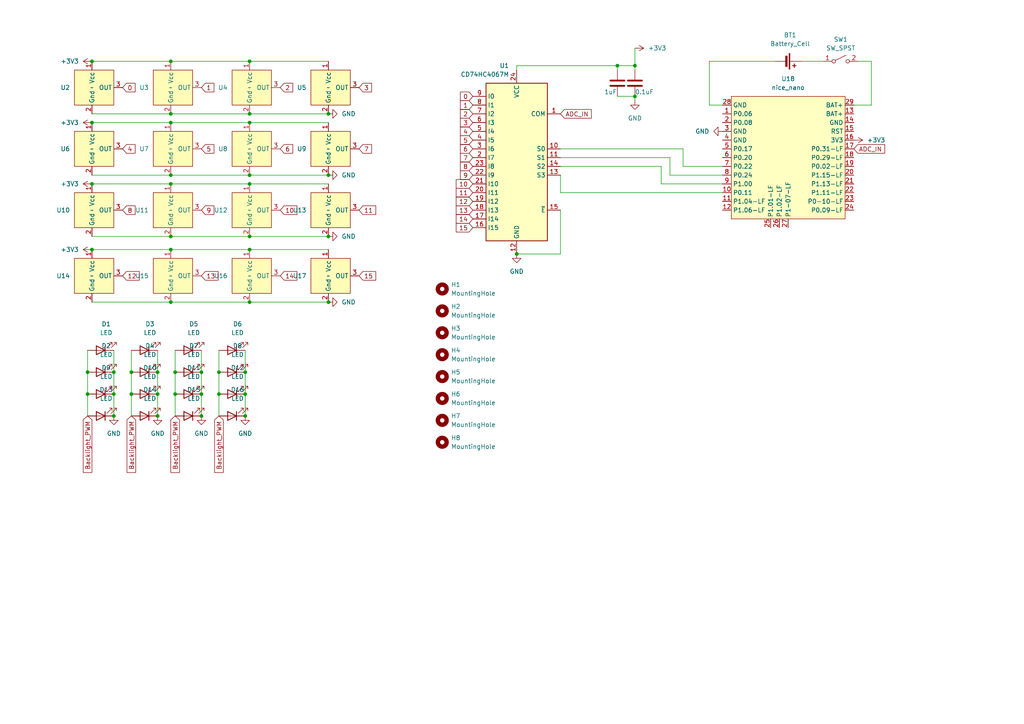
<source format=kicad_sch>
(kicad_sch (version 20230121) (generator eeschema)

  (uuid 3f1234dc-6190-4f8d-a1ef-bf6eed373c04)

  (paper "A4")

  (lib_symbols
    (symbol "74xx:CD74HC4067M" (in_bom yes) (on_board yes)
      (property "Reference" "U" (at -8.89 22.86 0)
        (effects (font (size 1.27 1.27)) (justify left))
      )
      (property "Value" "CD74HC4067M" (at 1.27 22.86 0)
        (effects (font (size 1.27 1.27)) (justify left))
      )
      (property "Footprint" "Package_SO:SOIC-24W_7.5x15.4mm_P1.27mm" (at 22.86 -25.4 0)
        (effects (font (size 1.27 1.27) italic) hide)
      )
      (property "Datasheet" "http://www.ti.com/lit/ds/symlink/cd74hc4067.pdf" (at -8.89 21.59 0)
        (effects (font (size 1.27 1.27)) hide)
      )
      (property "ki_keywords" "multiplexer demultiplexer mux demux" (at 0 0 0)
        (effects (font (size 1.27 1.27)) hide)
      )
      (property "ki_description" "High-Speed CMOS Logic 16-Channel Analog Multiplexer/Demultiplexer, SOIC-24" (at 0 0 0)
        (effects (font (size 1.27 1.27)) hide)
      )
      (property "ki_fp_filters" "SOIC*W*7.5x15.4mm*P1.27mm*" (at 0 0 0)
        (effects (font (size 1.27 1.27)) hide)
      )
      (symbol "CD74HC4067M_0_1"
        (rectangle (start -8.89 21.59) (end 8.89 -24.13)
          (stroke (width 0.254) (type default))
          (fill (type background))
        )
      )
      (symbol "CD74HC4067M_1_1"
        (pin passive line (at -12.7 12.7 0) (length 3.81)
          (name "COM" (effects (font (size 1.27 1.27))))
          (number "1" (effects (font (size 1.27 1.27))))
        )
        (pin input line (at -12.7 2.54 0) (length 3.81)
          (name "S0" (effects (font (size 1.27 1.27))))
          (number "10" (effects (font (size 1.27 1.27))))
        )
        (pin input line (at -12.7 0 0) (length 3.81)
          (name "S1" (effects (font (size 1.27 1.27))))
          (number "11" (effects (font (size 1.27 1.27))))
        )
        (pin power_in line (at 0 -27.94 90) (length 3.81)
          (name "GND" (effects (font (size 1.27 1.27))))
          (number "12" (effects (font (size 1.27 1.27))))
        )
        (pin input line (at -12.7 -5.08 0) (length 3.81)
          (name "S3" (effects (font (size 1.27 1.27))))
          (number "13" (effects (font (size 1.27 1.27))))
        )
        (pin input line (at -12.7 -2.54 0) (length 3.81)
          (name "S2" (effects (font (size 1.27 1.27))))
          (number "14" (effects (font (size 1.27 1.27))))
        )
        (pin input line (at -12.7 -15.24 0) (length 3.81)
          (name "~{E}" (effects (font (size 1.27 1.27))))
          (number "15" (effects (font (size 1.27 1.27))))
        )
        (pin passive line (at 12.7 -20.32 180) (length 3.81)
          (name "I15" (effects (font (size 1.27 1.27))))
          (number "16" (effects (font (size 1.27 1.27))))
        )
        (pin passive line (at 12.7 -17.78 180) (length 3.81)
          (name "I14" (effects (font (size 1.27 1.27))))
          (number "17" (effects (font (size 1.27 1.27))))
        )
        (pin passive line (at 12.7 -15.24 180) (length 3.81)
          (name "I13" (effects (font (size 1.27 1.27))))
          (number "18" (effects (font (size 1.27 1.27))))
        )
        (pin passive line (at 12.7 -12.7 180) (length 3.81)
          (name "I12" (effects (font (size 1.27 1.27))))
          (number "19" (effects (font (size 1.27 1.27))))
        )
        (pin passive line (at 12.7 0 180) (length 3.81)
          (name "I7" (effects (font (size 1.27 1.27))))
          (number "2" (effects (font (size 1.27 1.27))))
        )
        (pin passive line (at 12.7 -10.16 180) (length 3.81)
          (name "I11" (effects (font (size 1.27 1.27))))
          (number "20" (effects (font (size 1.27 1.27))))
        )
        (pin passive line (at 12.7 -7.62 180) (length 3.81)
          (name "I10" (effects (font (size 1.27 1.27))))
          (number "21" (effects (font (size 1.27 1.27))))
        )
        (pin passive line (at 12.7 -5.08 180) (length 3.81)
          (name "I9" (effects (font (size 1.27 1.27))))
          (number "22" (effects (font (size 1.27 1.27))))
        )
        (pin passive line (at 12.7 -2.54 180) (length 3.81)
          (name "I8" (effects (font (size 1.27 1.27))))
          (number "23" (effects (font (size 1.27 1.27))))
        )
        (pin power_in line (at 0 25.4 270) (length 3.81)
          (name "VCC" (effects (font (size 1.27 1.27))))
          (number "24" (effects (font (size 1.27 1.27))))
        )
        (pin passive line (at 12.7 2.54 180) (length 3.81)
          (name "I6" (effects (font (size 1.27 1.27))))
          (number "3" (effects (font (size 1.27 1.27))))
        )
        (pin passive line (at 12.7 5.08 180) (length 3.81)
          (name "I5" (effects (font (size 1.27 1.27))))
          (number "4" (effects (font (size 1.27 1.27))))
        )
        (pin passive line (at 12.7 7.62 180) (length 3.81)
          (name "I4" (effects (font (size 1.27 1.27))))
          (number "5" (effects (font (size 1.27 1.27))))
        )
        (pin passive line (at 12.7 10.16 180) (length 3.81)
          (name "I3" (effects (font (size 1.27 1.27))))
          (number "6" (effects (font (size 1.27 1.27))))
        )
        (pin passive line (at 12.7 12.7 180) (length 3.81)
          (name "I2" (effects (font (size 1.27 1.27))))
          (number "7" (effects (font (size 1.27 1.27))))
        )
        (pin passive line (at 12.7 15.24 180) (length 3.81)
          (name "I1" (effects (font (size 1.27 1.27))))
          (number "8" (effects (font (size 1.27 1.27))))
        )
        (pin passive line (at 12.7 17.78 180) (length 3.81)
          (name "I0" (effects (font (size 1.27 1.27))))
          (number "9" (effects (font (size 1.27 1.27))))
        )
      )
    )
    (symbol "Device:Battery_Cell" (pin_numbers hide) (pin_names (offset 0) hide) (in_bom yes) (on_board yes)
      (property "Reference" "BT" (at 2.54 2.54 0)
        (effects (font (size 1.27 1.27)) (justify left))
      )
      (property "Value" "Battery_Cell" (at 2.54 0 0)
        (effects (font (size 1.27 1.27)) (justify left))
      )
      (property "Footprint" "" (at 0 1.524 90)
        (effects (font (size 1.27 1.27)) hide)
      )
      (property "Datasheet" "~" (at 0 1.524 90)
        (effects (font (size 1.27 1.27)) hide)
      )
      (property "ki_keywords" "battery cell" (at 0 0 0)
        (effects (font (size 1.27 1.27)) hide)
      )
      (property "ki_description" "Single-cell battery" (at 0 0 0)
        (effects (font (size 1.27 1.27)) hide)
      )
      (symbol "Battery_Cell_0_1"
        (rectangle (start -2.286 1.778) (end 2.286 1.524)
          (stroke (width 0) (type default))
          (fill (type outline))
        )
        (rectangle (start -1.524 1.016) (end 1.524 0.508)
          (stroke (width 0) (type default))
          (fill (type outline))
        )
        (polyline
          (pts
            (xy 0 0.762)
            (xy 0 0)
          )
          (stroke (width 0) (type default))
          (fill (type none))
        )
        (polyline
          (pts
            (xy 0 1.778)
            (xy 0 2.54)
          )
          (stroke (width 0) (type default))
          (fill (type none))
        )
        (polyline
          (pts
            (xy 0.762 3.048)
            (xy 1.778 3.048)
          )
          (stroke (width 0.254) (type default))
          (fill (type none))
        )
        (polyline
          (pts
            (xy 1.27 3.556)
            (xy 1.27 2.54)
          )
          (stroke (width 0.254) (type default))
          (fill (type none))
        )
      )
      (symbol "Battery_Cell_1_1"
        (pin passive line (at 0 5.08 270) (length 2.54)
          (name "+" (effects (font (size 1.27 1.27))))
          (number "1" (effects (font (size 1.27 1.27))))
        )
        (pin passive line (at 0 -2.54 90) (length 2.54)
          (name "-" (effects (font (size 1.27 1.27))))
          (number "2" (effects (font (size 1.27 1.27))))
        )
      )
    )
    (symbol "Device:C" (pin_numbers hide) (pin_names (offset 0.254)) (in_bom yes) (on_board yes)
      (property "Reference" "C" (at 0.635 2.54 0)
        (effects (font (size 1.27 1.27)) (justify left))
      )
      (property "Value" "C" (at 0.635 -2.54 0)
        (effects (font (size 1.27 1.27)) (justify left))
      )
      (property "Footprint" "" (at 0.9652 -3.81 0)
        (effects (font (size 1.27 1.27)) hide)
      )
      (property "Datasheet" "~" (at 0 0 0)
        (effects (font (size 1.27 1.27)) hide)
      )
      (property "ki_keywords" "cap capacitor" (at 0 0 0)
        (effects (font (size 1.27 1.27)) hide)
      )
      (property "ki_description" "Unpolarized capacitor" (at 0 0 0)
        (effects (font (size 1.27 1.27)) hide)
      )
      (property "ki_fp_filters" "C_*" (at 0 0 0)
        (effects (font (size 1.27 1.27)) hide)
      )
      (symbol "C_0_1"
        (polyline
          (pts
            (xy -2.032 -0.762)
            (xy 2.032 -0.762)
          )
          (stroke (width 0.508) (type default))
          (fill (type none))
        )
        (polyline
          (pts
            (xy -2.032 0.762)
            (xy 2.032 0.762)
          )
          (stroke (width 0.508) (type default))
          (fill (type none))
        )
      )
      (symbol "C_1_1"
        (pin passive line (at 0 3.81 270) (length 2.794)
          (name "~" (effects (font (size 1.27 1.27))))
          (number "1" (effects (font (size 1.27 1.27))))
        )
        (pin passive line (at 0 -3.81 90) (length 2.794)
          (name "~" (effects (font (size 1.27 1.27))))
          (number "2" (effects (font (size 1.27 1.27))))
        )
      )
    )
    (symbol "Device:LED" (pin_numbers hide) (pin_names (offset 1.016) hide) (in_bom yes) (on_board yes)
      (property "Reference" "D" (at 0 2.54 0)
        (effects (font (size 1.27 1.27)))
      )
      (property "Value" "LED" (at 0 -2.54 0)
        (effects (font (size 1.27 1.27)))
      )
      (property "Footprint" "" (at 0 0 0)
        (effects (font (size 1.27 1.27)) hide)
      )
      (property "Datasheet" "~" (at 0 0 0)
        (effects (font (size 1.27 1.27)) hide)
      )
      (property "ki_keywords" "LED diode" (at 0 0 0)
        (effects (font (size 1.27 1.27)) hide)
      )
      (property "ki_description" "Light emitting diode" (at 0 0 0)
        (effects (font (size 1.27 1.27)) hide)
      )
      (property "ki_fp_filters" "LED* LED_SMD:* LED_THT:*" (at 0 0 0)
        (effects (font (size 1.27 1.27)) hide)
      )
      (symbol "LED_0_1"
        (polyline
          (pts
            (xy -1.27 -1.27)
            (xy -1.27 1.27)
          )
          (stroke (width 0.254) (type default))
          (fill (type none))
        )
        (polyline
          (pts
            (xy -1.27 0)
            (xy 1.27 0)
          )
          (stroke (width 0) (type default))
          (fill (type none))
        )
        (polyline
          (pts
            (xy 1.27 -1.27)
            (xy 1.27 1.27)
            (xy -1.27 0)
            (xy 1.27 -1.27)
          )
          (stroke (width 0.254) (type default))
          (fill (type none))
        )
        (polyline
          (pts
            (xy -3.048 -0.762)
            (xy -4.572 -2.286)
            (xy -3.81 -2.286)
            (xy -4.572 -2.286)
            (xy -4.572 -1.524)
          )
          (stroke (width 0) (type default))
          (fill (type none))
        )
        (polyline
          (pts
            (xy -1.778 -0.762)
            (xy -3.302 -2.286)
            (xy -2.54 -2.286)
            (xy -3.302 -2.286)
            (xy -3.302 -1.524)
          )
          (stroke (width 0) (type default))
          (fill (type none))
        )
      )
      (symbol "LED_1_1"
        (pin passive line (at -3.81 0 0) (length 2.54)
          (name "K" (effects (font (size 1.27 1.27))))
          (number "1" (effects (font (size 1.27 1.27))))
        )
        (pin passive line (at 3.81 0 180) (length 2.54)
          (name "A" (effects (font (size 1.27 1.27))))
          (number "2" (effects (font (size 1.27 1.27))))
        )
      )
    )
    (symbol "Keeb:KS-20_White" (in_bom yes) (on_board yes)
      (property "Reference" "U" (at -3.81 6.35 0)
        (effects (font (size 1.27 1.27)))
      )
      (property "Value" "" (at 0 0 0)
        (effects (font (size 1.27 1.27)))
      )
      (property "Footprint" "Gatreon KS-20:Gatreon KS-20" (at -25.4 13.97 0)
        (effects (font (size 1.27 1.27)) hide)
      )
      (property "Datasheet" "https://gateron.com/u_file/2311/10/file/GATERONMagneticWhiteSwitch-KS-20TF10B045NW-X72.pdf" (at 8.89 16.51 0)
        (effects (font (size 1.27 1.27)) hide)
      )
      (symbol "KS-20_White_1_1"
        (rectangle (start -5.08 5.08) (end 6.35 -5.08)
          (stroke (width 0) (type default))
          (fill (type color) (color 255 244 0 0.28))
        )
        (pin input line (at 0 7.62 270) (length 2.54)
          (name "Vcc" (effects (font (size 1.27 1.27))))
          (number "1" (effects (font (size 1.27 1.27))))
        )
        (pin input line (at 0 -7.62 90) (length 2.54)
          (name "Gnd" (effects (font (size 1.27 1.27))))
          (number "2" (effects (font (size 1.27 1.27))))
        )
        (pin output line (at 8.89 0 180) (length 2.54)
          (name "OUT" (effects (font (size 1.27 1.27))))
          (number "3" (effects (font (size 1.27 1.27))))
        )
      )
    )
    (symbol "Mechanical:MountingHole" (pin_names (offset 1.016)) (in_bom yes) (on_board yes)
      (property "Reference" "H" (at 0 5.08 0)
        (effects (font (size 1.27 1.27)))
      )
      (property "Value" "MountingHole" (at 0 3.175 0)
        (effects (font (size 1.27 1.27)))
      )
      (property "Footprint" "" (at 0 0 0)
        (effects (font (size 1.27 1.27)) hide)
      )
      (property "Datasheet" "~" (at 0 0 0)
        (effects (font (size 1.27 1.27)) hide)
      )
      (property "ki_keywords" "mounting hole" (at 0 0 0)
        (effects (font (size 1.27 1.27)) hide)
      )
      (property "ki_description" "Mounting Hole without connection" (at 0 0 0)
        (effects (font (size 1.27 1.27)) hide)
      )
      (property "ki_fp_filters" "MountingHole*" (at 0 0 0)
        (effects (font (size 1.27 1.27)) hide)
      )
      (symbol "MountingHole_0_1"
        (circle (center 0 0) (radius 1.27)
          (stroke (width 1.27) (type default))
          (fill (type none))
        )
      )
    )
    (symbol "PCM_marbastlib-promicroish:nice_nano" (in_bom no) (on_board yes)
      (property "Reference" "U" (at 0 22.86 0)
        (effects (font (size 1.27 1.27)))
      )
      (property "Value" "nice_nano" (at 0 20.32 0)
        (effects (font (size 1.27 1.27)))
      )
      (property "Footprint" "PCM_marbastlib-xp-promicroish:nice_nano_AH_USBup" (at 0 -30.48 0)
        (effects (font (size 1.27 1.27)) hide)
      )
      (property "Datasheet" "https://nicekeyboards.com/docs/nice-nano/pinout-schematic" (at 1.27 -33.02 0)
        (effects (font (size 1.27 1.27)) hide)
      )
      (property "ki_description" "Symbol for an nicekeyboards nice!nano" (at 0 0 0)
        (effects (font (size 1.27 1.27)) hide)
      )
      (symbol "nice_nano_0_0"
        (pin bidirectional line (at -19.05 13.97 0) (length 2.54)
          (name "P0.06" (effects (font (size 1.27 1.27))))
          (number "1" (effects (font (size 1.27 1.27))))
        )
        (pin bidirectional line (at -19.05 -8.89 0) (length 2.54)
          (name "P0.11" (effects (font (size 1.27 1.27))))
          (number "10" (effects (font (size 1.27 1.27))))
        )
        (pin bidirectional line (at -19.05 -11.43 0) (length 2.54)
          (name "P1.04-LF" (effects (font (size 1.27 1.27))))
          (number "11" (effects (font (size 1.27 1.27))))
        )
        (pin bidirectional line (at -19.05 -13.97 0) (length 2.54)
          (name "P1.06-LF" (effects (font (size 1.27 1.27))))
          (number "12" (effects (font (size 1.27 1.27))))
        )
        (pin power_out line (at 19.05 11.43 180) (length 2.54)
          (name "GND" (effects (font (size 1.27 1.27))))
          (number "14" (effects (font (size 1.27 1.27))))
        )
        (pin bidirectional line (at 19.05 8.89 180) (length 2.54)
          (name "RST" (effects (font (size 1.27 1.27))))
          (number "15" (effects (font (size 1.27 1.27))))
        )
        (pin bidirectional line (at 19.05 3.81 180) (length 2.54)
          (name "P0.31-LF" (effects (font (size 1.27 1.27))))
          (number "17" (effects (font (size 1.27 1.27))))
        )
        (pin bidirectional line (at 19.05 1.27 180) (length 2.54)
          (name "P0.29-LF" (effects (font (size 1.27 1.27))))
          (number "18" (effects (font (size 1.27 1.27))))
        )
        (pin bidirectional line (at 19.05 -1.27 180) (length 2.54)
          (name "P0.02-LF" (effects (font (size 1.27 1.27))))
          (number "19" (effects (font (size 1.27 1.27))))
        )
        (pin bidirectional line (at -19.05 11.43 0) (length 2.54)
          (name "P0.08" (effects (font (size 1.27 1.27))))
          (number "2" (effects (font (size 1.27 1.27))))
        )
        (pin bidirectional line (at 19.05 -3.81 180) (length 2.54)
          (name "P1.15-LF" (effects (font (size 1.27 1.27))))
          (number "20" (effects (font (size 1.27 1.27))))
        )
        (pin bidirectional line (at 19.05 -6.35 180) (length 2.54)
          (name "P1.13-LF" (effects (font (size 1.27 1.27))))
          (number "21" (effects (font (size 1.27 1.27))))
        )
        (pin bidirectional line (at 19.05 -8.89 180) (length 2.54)
          (name "P1.11-LF" (effects (font (size 1.27 1.27))))
          (number "22" (effects (font (size 1.27 1.27))))
        )
        (pin bidirectional line (at 19.05 -11.43 180) (length 2.54)
          (name "P0-10-LF" (effects (font (size 1.27 1.27))))
          (number "23" (effects (font (size 1.27 1.27))))
        )
        (pin bidirectional line (at 19.05 -13.97 180) (length 2.54)
          (name "P0.09-LF" (effects (font (size 1.27 1.27))))
          (number "24" (effects (font (size 1.27 1.27))))
        )
        (pin power_out line (at -19.05 8.89 0) (length 2.54)
          (name "GND" (effects (font (size 1.27 1.27))))
          (number "3" (effects (font (size 1.27 1.27))))
        )
        (pin power_out line (at -19.05 6.35 0) (length 2.54)
          (name "GND" (effects (font (size 1.27 1.27))))
          (number "4" (effects (font (size 1.27 1.27))))
        )
        (pin bidirectional line (at -19.05 3.81 0) (length 2.54)
          (name "P0.17" (effects (font (size 1.27 1.27))))
          (number "5" (effects (font (size 1.27 1.27))))
        )
        (pin bidirectional line (at -19.05 1.27 0) (length 2.54)
          (name "P0.20" (effects (font (size 1.27 1.27))))
          (number "6" (effects (font (size 1.27 1.27))))
        )
        (pin bidirectional line (at -19.05 -1.27 0) (length 2.54)
          (name "P0.22" (effects (font (size 1.27 1.27))))
          (number "7" (effects (font (size 1.27 1.27))))
        )
        (pin bidirectional line (at -19.05 -3.81 0) (length 2.54)
          (name "P0.24" (effects (font (size 1.27 1.27))))
          (number "8" (effects (font (size 1.27 1.27))))
        )
        (pin bidirectional line (at -19.05 -6.35 0) (length 2.54)
          (name "P1.00" (effects (font (size 1.27 1.27))))
          (number "9" (effects (font (size 1.27 1.27))))
        )
      )
      (symbol "nice_nano_1_0"
        (pin power_out line (at 19.05 13.97 180) (length 2.54)
          (name "BAT+" (effects (font (size 1.27 1.27))))
          (number "13" (effects (font (size 1.27 1.27))))
        )
        (pin power_out line (at 19.05 6.35 180) (length 2.54)
          (name "3V3" (effects (font (size 1.27 1.27))))
          (number "16" (effects (font (size 1.27 1.27))))
        )
        (pin bidirectional line (at -5.08 -19.05 90) (length 2.54)
          (name "P1.01-LF" (effects (font (size 1.27 1.27))))
          (number "25" (effects (font (size 1.27 1.27))))
        )
        (pin bidirectional line (at -2.54 -19.05 90) (length 2.54)
          (name "P1.02-LF" (effects (font (size 1.27 1.27))))
          (number "26" (effects (font (size 1.27 1.27))))
        )
        (pin bidirectional line (at 0 -19.05 90) (length 2.54)
          (name "P1-07-LF" (effects (font (size 1.27 1.27))))
          (number "27" (effects (font (size 1.27 1.27))))
        )
        (pin power_out line (at -19.05 16.51 0) (length 2.54)
          (name "GND" (effects (font (size 1.27 1.27))))
          (number "28" (effects (font (size 1.27 1.27))))
        )
        (pin power_out line (at 19.05 16.51 180) (length 2.54)
          (name "BAT+" (effects (font (size 1.27 1.27))))
          (number "29" (effects (font (size 1.27 1.27))))
        )
      )
      (symbol "nice_nano_1_1"
        (rectangle (start -16.51 19.05) (end 16.51 -16.51)
          (stroke (width 0) (type default))
          (fill (type background))
        )
      )
    )
    (symbol "Switch:SW_SPST" (pin_names (offset 0) hide) (in_bom yes) (on_board yes)
      (property "Reference" "SW" (at 0 3.175 0)
        (effects (font (size 1.27 1.27)))
      )
      (property "Value" "SW_SPST" (at 0 -2.54 0)
        (effects (font (size 1.27 1.27)))
      )
      (property "Footprint" "" (at 0 0 0)
        (effects (font (size 1.27 1.27)) hide)
      )
      (property "Datasheet" "~" (at 0 0 0)
        (effects (font (size 1.27 1.27)) hide)
      )
      (property "ki_keywords" "switch lever" (at 0 0 0)
        (effects (font (size 1.27 1.27)) hide)
      )
      (property "ki_description" "Single Pole Single Throw (SPST) switch" (at 0 0 0)
        (effects (font (size 1.27 1.27)) hide)
      )
      (symbol "SW_SPST_0_0"
        (circle (center -2.032 0) (radius 0.508)
          (stroke (width 0) (type default))
          (fill (type none))
        )
        (polyline
          (pts
            (xy -1.524 0.254)
            (xy 1.524 1.778)
          )
          (stroke (width 0) (type default))
          (fill (type none))
        )
        (circle (center 2.032 0) (radius 0.508)
          (stroke (width 0) (type default))
          (fill (type none))
        )
      )
      (symbol "SW_SPST_1_1"
        (pin passive line (at -5.08 0 0) (length 2.54)
          (name "A" (effects (font (size 1.27 1.27))))
          (number "1" (effects (font (size 1.27 1.27))))
        )
        (pin passive line (at 5.08 0 180) (length 2.54)
          (name "B" (effects (font (size 1.27 1.27))))
          (number "2" (effects (font (size 1.27 1.27))))
        )
      )
    )
    (symbol "power:+3V3" (power) (pin_names (offset 0)) (in_bom yes) (on_board yes)
      (property "Reference" "#PWR" (at 0 -3.81 0)
        (effects (font (size 1.27 1.27)) hide)
      )
      (property "Value" "+3V3" (at 0 3.556 0)
        (effects (font (size 1.27 1.27)))
      )
      (property "Footprint" "" (at 0 0 0)
        (effects (font (size 1.27 1.27)) hide)
      )
      (property "Datasheet" "" (at 0 0 0)
        (effects (font (size 1.27 1.27)) hide)
      )
      (property "ki_keywords" "global power" (at 0 0 0)
        (effects (font (size 1.27 1.27)) hide)
      )
      (property "ki_description" "Power symbol creates a global label with name \"+3V3\"" (at 0 0 0)
        (effects (font (size 1.27 1.27)) hide)
      )
      (symbol "+3V3_0_1"
        (polyline
          (pts
            (xy -0.762 1.27)
            (xy 0 2.54)
          )
          (stroke (width 0) (type default))
          (fill (type none))
        )
        (polyline
          (pts
            (xy 0 0)
            (xy 0 2.54)
          )
          (stroke (width 0) (type default))
          (fill (type none))
        )
        (polyline
          (pts
            (xy 0 2.54)
            (xy 0.762 1.27)
          )
          (stroke (width 0) (type default))
          (fill (type none))
        )
      )
      (symbol "+3V3_1_1"
        (pin power_in line (at 0 0 90) (length 0) hide
          (name "+3V3" (effects (font (size 1.27 1.27))))
          (number "1" (effects (font (size 1.27 1.27))))
        )
      )
    )
    (symbol "power:GND" (power) (pin_names (offset 0)) (in_bom yes) (on_board yes)
      (property "Reference" "#PWR" (at 0 -6.35 0)
        (effects (font (size 1.27 1.27)) hide)
      )
      (property "Value" "GND" (at 0 -3.81 0)
        (effects (font (size 1.27 1.27)))
      )
      (property "Footprint" "" (at 0 0 0)
        (effects (font (size 1.27 1.27)) hide)
      )
      (property "Datasheet" "" (at 0 0 0)
        (effects (font (size 1.27 1.27)) hide)
      )
      (property "ki_keywords" "global power" (at 0 0 0)
        (effects (font (size 1.27 1.27)) hide)
      )
      (property "ki_description" "Power symbol creates a global label with name \"GND\" , ground" (at 0 0 0)
        (effects (font (size 1.27 1.27)) hide)
      )
      (symbol "GND_0_1"
        (polyline
          (pts
            (xy 0 0)
            (xy 0 -1.27)
            (xy 1.27 -1.27)
            (xy 0 -2.54)
            (xy -1.27 -1.27)
            (xy 0 -1.27)
          )
          (stroke (width 0) (type default))
          (fill (type none))
        )
      )
      (symbol "GND_1_1"
        (pin power_in line (at 0 0 270) (length 0) hide
          (name "GND" (effects (font (size 1.27 1.27))))
          (number "1" (effects (font (size 1.27 1.27))))
        )
      )
    )
  )

  (junction (at 49.53 72.39) (diameter 0) (color 0 0 0 0)
    (uuid 01402a32-92de-4de9-8355-9733fa01712f)
  )
  (junction (at 95.25 87.63) (diameter 0) (color 0 0 0 0)
    (uuid 0520a653-7692-4324-a84a-794c71025749)
  )
  (junction (at 45.72 107.95) (diameter 0) (color 0 0 0 0)
    (uuid 19d6a4b2-21fd-40a4-8b6f-88702463576f)
  )
  (junction (at 71.12 120.65) (diameter 0) (color 0 0 0 0)
    (uuid 1d56654b-59f4-4d1c-89a4-8708b6f52566)
  )
  (junction (at 26.67 72.39) (diameter 0) (color 0 0 0 0)
    (uuid 2bcc6c3f-2569-4b9e-8898-2f6af54d7596)
  )
  (junction (at 184.15 19.05) (diameter 0) (color 0 0 0 0)
    (uuid 2f91b9da-eb01-43f6-8645-5ab5210739e2)
  )
  (junction (at 25.4 107.95) (diameter 0) (color 0 0 0 0)
    (uuid 31eaf48c-b9a7-4a67-a89a-db3fedd44c40)
  )
  (junction (at 45.72 120.65) (diameter 0) (color 0 0 0 0)
    (uuid 35ac4a63-7b5d-4dc6-bdb2-b5bb49079723)
  )
  (junction (at 45.72 114.3) (diameter 0) (color 0 0 0 0)
    (uuid 3b6691e6-5d51-4e5f-b040-c0f1616c4b33)
  )
  (junction (at 49.53 68.58) (diameter 0) (color 0 0 0 0)
    (uuid 3cb7c431-18ca-4cca-a7d4-f48fa0bfde56)
  )
  (junction (at 50.8 107.95) (diameter 0) (color 0 0 0 0)
    (uuid 42241e30-1815-41a7-967b-6bc1e0379458)
  )
  (junction (at 71.12 107.95) (diameter 0) (color 0 0 0 0)
    (uuid 45945595-e2fa-4704-9a06-540f84c12198)
  )
  (junction (at 149.86 73.66) (diameter 0) (color 0 0 0 0)
    (uuid 4abc4aa9-cea9-4e62-bd52-c34e8f6e0c75)
  )
  (junction (at 38.1 107.95) (diameter 0) (color 0 0 0 0)
    (uuid 4b83f2be-30ce-48c5-9be9-5f91c2b1bb74)
  )
  (junction (at 49.53 35.56) (diameter 0) (color 0 0 0 0)
    (uuid 539bfef3-eacb-4bed-8a6f-bd7cf994e3b5)
  )
  (junction (at 58.42 120.65) (diameter 0) (color 0 0 0 0)
    (uuid 54c0518a-7578-488c-b7cc-208f76fe651e)
  )
  (junction (at 33.02 120.65) (diameter 0) (color 0 0 0 0)
    (uuid 54c7f429-0c99-44d0-93f5-39c23be84fab)
  )
  (junction (at 72.39 17.78) (diameter 0) (color 0 0 0 0)
    (uuid 5812132c-2c2c-4e5c-993d-596508f1aa36)
  )
  (junction (at 49.53 33.02) (diameter 0) (color 0 0 0 0)
    (uuid 5b6612f7-285c-485b-8d04-59dfee0f5f2f)
  )
  (junction (at 26.67 35.56) (diameter 0) (color 0 0 0 0)
    (uuid 71c69d0a-415d-4428-9c5e-dd2827747c29)
  )
  (junction (at 33.02 107.95) (diameter 0) (color 0 0 0 0)
    (uuid 721c8ace-bec6-4a5e-9c89-0981f016afa4)
  )
  (junction (at 95.25 68.58) (diameter 0) (color 0 0 0 0)
    (uuid 892e257e-a6aa-434b-9cb6-ba26bb6cd668)
  )
  (junction (at 72.39 87.63) (diameter 0) (color 0 0 0 0)
    (uuid 8c3ab1ea-3da4-4c7e-984c-a90d1c15ffae)
  )
  (junction (at 71.12 114.3) (diameter 0) (color 0 0 0 0)
    (uuid 97ae6200-0ac1-4f28-9637-a17af00163d0)
  )
  (junction (at 58.42 107.95) (diameter 0) (color 0 0 0 0)
    (uuid 9b98eddf-94a7-445f-8a47-70877b6844bd)
  )
  (junction (at 26.67 17.78) (diameter 0) (color 0 0 0 0)
    (uuid a0414f7a-ef82-43cd-b21e-ee1418545f4f)
  )
  (junction (at 179.07 19.05) (diameter 0) (color 0 0 0 0)
    (uuid a1f3630a-3b1a-4c54-b095-2e70b92fbd4b)
  )
  (junction (at 72.39 72.39) (diameter 0) (color 0 0 0 0)
    (uuid a935c0f5-0d06-490c-ae08-d595bc85ce0a)
  )
  (junction (at 26.67 53.34) (diameter 0) (color 0 0 0 0)
    (uuid b06bf182-7901-4776-9eff-77214274698d)
  )
  (junction (at 49.53 87.63) (diameter 0) (color 0 0 0 0)
    (uuid b0e9de6b-902f-4e8c-99e3-f78c16755b0f)
  )
  (junction (at 58.42 114.3) (diameter 0) (color 0 0 0 0)
    (uuid bef2168b-f44d-4fca-ae52-8a338b5fa617)
  )
  (junction (at 25.4 114.3) (diameter 0) (color 0 0 0 0)
    (uuid cd6e2841-4abf-4c8c-80fc-e9a280a04486)
  )
  (junction (at 49.53 17.78) (diameter 0) (color 0 0 0 0)
    (uuid cf08a923-853a-42e5-bae9-778e07d4ca7e)
  )
  (junction (at 49.53 53.34) (diameter 0) (color 0 0 0 0)
    (uuid cf2893c3-7e97-4235-8f90-3fba2c8e0086)
  )
  (junction (at 95.25 50.8) (diameter 0) (color 0 0 0 0)
    (uuid d27dbe4a-229b-47c0-b40b-e9c8c80495f0)
  )
  (junction (at 63.5 114.3) (diameter 0) (color 0 0 0 0)
    (uuid d4df8cee-ad1d-455e-9ffe-caeb34cdb43a)
  )
  (junction (at 72.39 68.58) (diameter 0) (color 0 0 0 0)
    (uuid d5f88a56-4e21-4c24-9236-cdd26983c470)
  )
  (junction (at 72.39 53.34) (diameter 0) (color 0 0 0 0)
    (uuid e1ae9a42-64db-49e6-9ea1-66164947314d)
  )
  (junction (at 63.5 107.95) (diameter 0) (color 0 0 0 0)
    (uuid e3eb2b34-3615-406d-ae70-41ea0efc8e5e)
  )
  (junction (at 184.15 27.94) (diameter 0) (color 0 0 0 0)
    (uuid e59c86a7-3ae7-430e-a68c-c316513da554)
  )
  (junction (at 72.39 50.8) (diameter 0) (color 0 0 0 0)
    (uuid e7383c43-6759-4b81-babc-c5906c4b1662)
  )
  (junction (at 72.39 33.02) (diameter 0) (color 0 0 0 0)
    (uuid e7fdfcae-dd0b-4ede-919b-ab408d00316f)
  )
  (junction (at 49.53 50.8) (diameter 0) (color 0 0 0 0)
    (uuid f0418378-5a2c-451f-bec8-6ad6a6d76211)
  )
  (junction (at 33.02 114.3) (diameter 0) (color 0 0 0 0)
    (uuid f407e83d-3758-4ed7-b5a2-3513f8fb01b0)
  )
  (junction (at 38.1 114.3) (diameter 0) (color 0 0 0 0)
    (uuid f6a13799-7d58-4cf7-8e10-35992271c4f5)
  )
  (junction (at 72.39 35.56) (diameter 0) (color 0 0 0 0)
    (uuid f75fe15f-8fee-42ef-b5bd-0275c3a99767)
  )
  (junction (at 50.8 114.3) (diameter 0) (color 0 0 0 0)
    (uuid fa9f5e30-1580-4f82-b558-8fe1b5d96d7f)
  )
  (junction (at 95.25 33.02) (diameter 0) (color 0 0 0 0)
    (uuid fc7cc892-c033-41e1-b74b-1bdf2a5fe7ba)
  )

  (wire (pts (xy 71.12 114.3) (xy 71.12 120.65))
    (stroke (width 0) (type default))
    (uuid 02078918-6fc6-44c8-8c01-fe79a0d6febe)
  )
  (wire (pts (xy 50.8 114.3) (xy 50.8 120.65))
    (stroke (width 0) (type default))
    (uuid 098f35af-c3c3-44e4-a74a-65a630b2420a)
  )
  (wire (pts (xy 26.67 87.63) (xy 49.53 87.63))
    (stroke (width 0) (type default))
    (uuid 0ff97da9-919f-4251-92f3-151c1a1e3f91)
  )
  (wire (pts (xy 194.31 50.8) (xy 209.55 50.8))
    (stroke (width 0) (type default))
    (uuid 122e50d0-a1e2-4820-925c-e0311fa34c2e)
  )
  (wire (pts (xy 252.73 30.48) (xy 252.73 17.78))
    (stroke (width 0) (type default))
    (uuid 15139269-af7f-4aa2-9ddb-5fe95c9385e0)
  )
  (wire (pts (xy 26.67 35.56) (xy 49.53 35.56))
    (stroke (width 0) (type default))
    (uuid 17c7560b-f1e3-4f69-8cc0-5fa86e89aae3)
  )
  (wire (pts (xy 162.56 60.96) (xy 162.56 73.66))
    (stroke (width 0) (type default))
    (uuid 19b88556-bbd2-4022-a9e8-d444f55eb0ff)
  )
  (wire (pts (xy 38.1 114.3) (xy 38.1 120.65))
    (stroke (width 0) (type default))
    (uuid 1d09791a-1450-4d4b-8041-18cbaa22a2e0)
  )
  (wire (pts (xy 179.07 27.94) (xy 184.15 27.94))
    (stroke (width 0) (type default))
    (uuid 1fbd4090-2641-429f-8ff0-b4e19595ba77)
  )
  (wire (pts (xy 26.67 53.34) (xy 49.53 53.34))
    (stroke (width 0) (type default))
    (uuid 265dfa76-db7f-4cc1-b2c4-9a631be5c6d1)
  )
  (wire (pts (xy 252.73 17.78) (xy 248.92 17.78))
    (stroke (width 0) (type default))
    (uuid 2928344d-14e2-4aad-aa42-4097de3d0d48)
  )
  (wire (pts (xy 162.56 48.26) (xy 191.77 48.26))
    (stroke (width 0) (type default))
    (uuid 29cd1013-e27c-4d1a-82d5-0bfc880b85db)
  )
  (wire (pts (xy 247.65 30.48) (xy 252.73 30.48))
    (stroke (width 0) (type default))
    (uuid 2fcd1384-41e5-43de-a973-9e59819f13f8)
  )
  (wire (pts (xy 26.67 33.02) (xy 49.53 33.02))
    (stroke (width 0) (type default))
    (uuid 3047ace4-a3b1-42ff-a576-9815219b9d76)
  )
  (wire (pts (xy 232.41 17.78) (xy 238.76 17.78))
    (stroke (width 0) (type default))
    (uuid 30de10cc-fc55-4c19-bc2f-accb7b3d7ece)
  )
  (wire (pts (xy 191.77 48.26) (xy 191.77 53.34))
    (stroke (width 0) (type default))
    (uuid 327b4a50-225a-45d5-86c6-4099efd9ec2c)
  )
  (wire (pts (xy 198.12 43.18) (xy 162.56 43.18))
    (stroke (width 0) (type default))
    (uuid 34f007d6-9bc2-4d49-9178-50589f894e4f)
  )
  (wire (pts (xy 184.15 20.32) (xy 184.15 19.05))
    (stroke (width 0) (type default))
    (uuid 3b20b128-0e4d-4747-9c07-54da7427be8a)
  )
  (wire (pts (xy 162.56 55.88) (xy 162.56 50.8))
    (stroke (width 0) (type default))
    (uuid 3b4cf86d-8f71-48f7-90e8-aedc40968c39)
  )
  (wire (pts (xy 149.86 19.05) (xy 179.07 19.05))
    (stroke (width 0) (type default))
    (uuid 3d4ee706-f135-4f75-9c64-9984d0f844f3)
  )
  (wire (pts (xy 49.53 35.56) (xy 72.39 35.56))
    (stroke (width 0) (type default))
    (uuid 3f1a56e3-a3b0-4e46-90b4-9f569ffc7eb2)
  )
  (wire (pts (xy 49.53 33.02) (xy 72.39 33.02))
    (stroke (width 0) (type default))
    (uuid 45b4ff34-9792-47cf-ac6d-60ffc9aab253)
  )
  (wire (pts (xy 72.39 72.39) (xy 95.25 72.39))
    (stroke (width 0) (type default))
    (uuid 46ce9f81-0ae3-4c65-b752-1f8d6df2246a)
  )
  (wire (pts (xy 72.39 68.58) (xy 95.25 68.58))
    (stroke (width 0) (type default))
    (uuid 491f3207-5cdc-4b67-99b3-fa36b55c2516)
  )
  (wire (pts (xy 38.1 101.6) (xy 38.1 107.95))
    (stroke (width 0) (type default))
    (uuid 4b1c04c3-1d08-41d7-bfa7-1d2a1616cbdf)
  )
  (wire (pts (xy 33.02 107.95) (xy 33.02 114.3))
    (stroke (width 0) (type default))
    (uuid 4d3f0e46-aea5-45e3-9554-19153e2aa1e7)
  )
  (wire (pts (xy 63.5 114.3) (xy 63.5 120.65))
    (stroke (width 0) (type default))
    (uuid 52a0df22-2584-4785-8229-fec303cc60e9)
  )
  (wire (pts (xy 179.07 19.05) (xy 179.07 20.32))
    (stroke (width 0) (type default))
    (uuid 53e6c8f3-aee4-4926-9816-23c086f2426a)
  )
  (wire (pts (xy 26.67 68.58) (xy 49.53 68.58))
    (stroke (width 0) (type default))
    (uuid 54a5bbbf-1690-4dcb-85bf-20e8f2ac9b87)
  )
  (wire (pts (xy 205.74 30.48) (xy 209.55 30.48))
    (stroke (width 0) (type default))
    (uuid 555eae66-74b2-41b4-99ad-735e3ec4a33d)
  )
  (wire (pts (xy 58.42 101.6) (xy 58.42 107.95))
    (stroke (width 0) (type default))
    (uuid 55d6657c-595c-4e9c-8c8c-ffce5a7e8ca2)
  )
  (wire (pts (xy 45.72 114.3) (xy 45.72 120.65))
    (stroke (width 0) (type default))
    (uuid 5bf5a727-9f80-4c87-9080-408963bb8518)
  )
  (wire (pts (xy 194.31 45.72) (xy 194.31 50.8))
    (stroke (width 0) (type default))
    (uuid 5f2958f2-80eb-413f-9136-30a364a61bfe)
  )
  (wire (pts (xy 25.4 101.6) (xy 25.4 107.95))
    (stroke (width 0) (type default))
    (uuid 607798e7-6626-4fd9-9b01-cc2d1dfabf0b)
  )
  (wire (pts (xy 50.8 101.6) (xy 50.8 107.95))
    (stroke (width 0) (type default))
    (uuid 679a7756-7ac1-453d-97cc-a77fae278f7c)
  )
  (wire (pts (xy 33.02 101.6) (xy 33.02 107.95))
    (stroke (width 0) (type default))
    (uuid 6c2c2ebd-bc82-4bee-84b3-3b1c4d94afec)
  )
  (wire (pts (xy 198.12 48.26) (xy 198.12 43.18))
    (stroke (width 0) (type default))
    (uuid 6c3ea6f8-4f10-414c-bfb7-c7666dcf1ac5)
  )
  (wire (pts (xy 63.5 101.6) (xy 63.5 107.95))
    (stroke (width 0) (type default))
    (uuid 7477c25b-47e6-4cd7-8019-8fa9d06c098b)
  )
  (wire (pts (xy 162.56 73.66) (xy 149.86 73.66))
    (stroke (width 0) (type default))
    (uuid 7ec19a1c-ccec-40b7-bad3-a1df64ea0757)
  )
  (wire (pts (xy 72.39 50.8) (xy 95.25 50.8))
    (stroke (width 0) (type default))
    (uuid 83904234-8461-4002-9d06-5271e005232c)
  )
  (wire (pts (xy 205.74 17.78) (xy 205.74 30.48))
    (stroke (width 0) (type default))
    (uuid 84679aed-93ac-4878-8a3f-a532ca8bacd0)
  )
  (wire (pts (xy 38.1 107.95) (xy 38.1 114.3))
    (stroke (width 0) (type default))
    (uuid 8a79b953-be8a-432e-a00c-d62d8bcc9909)
  )
  (wire (pts (xy 184.15 29.21) (xy 184.15 27.94))
    (stroke (width 0) (type default))
    (uuid 8b7bdcaf-3a26-43ba-a4b5-5304398817af)
  )
  (wire (pts (xy 149.86 20.32) (xy 149.86 19.05))
    (stroke (width 0) (type default))
    (uuid 8d706f8a-44ff-4430-a18b-0abcdccb7a21)
  )
  (wire (pts (xy 26.67 50.8) (xy 49.53 50.8))
    (stroke (width 0) (type default))
    (uuid 8e28dd43-0ddf-4e7d-a02e-05ec2f609a37)
  )
  (wire (pts (xy 72.39 17.78) (xy 95.25 17.78))
    (stroke (width 0) (type default))
    (uuid 988a8f3e-202f-47ee-b7b7-b4856663e635)
  )
  (wire (pts (xy 26.67 72.39) (xy 49.53 72.39))
    (stroke (width 0) (type default))
    (uuid 9afaf971-453f-42b9-a6fc-f6a96183739a)
  )
  (wire (pts (xy 71.12 101.6) (xy 71.12 107.95))
    (stroke (width 0) (type default))
    (uuid 9c1d9a06-5f9d-48aa-ab62-dd3f65f0c490)
  )
  (wire (pts (xy 45.72 101.6) (xy 45.72 107.95))
    (stroke (width 0) (type default))
    (uuid 9ccbe53c-df84-4a30-ab1a-98c2c3ce7671)
  )
  (wire (pts (xy 45.72 107.95) (xy 45.72 114.3))
    (stroke (width 0) (type default))
    (uuid 9e437fc5-d3e0-45ca-a48d-2e84f0b8e438)
  )
  (wire (pts (xy 49.53 50.8) (xy 72.39 50.8))
    (stroke (width 0) (type default))
    (uuid 9e532b53-13f4-4b19-88ef-4c7fb1de007d)
  )
  (wire (pts (xy 25.4 114.3) (xy 25.4 120.65))
    (stroke (width 0) (type default))
    (uuid 9f38a609-2d4f-4fef-8c82-e55f675bfdd4)
  )
  (wire (pts (xy 72.39 53.34) (xy 95.25 53.34))
    (stroke (width 0) (type default))
    (uuid 9f79956a-e45c-4cee-a29b-274d5abe2184)
  )
  (wire (pts (xy 58.42 114.3) (xy 58.42 120.65))
    (stroke (width 0) (type default))
    (uuid a1a21704-239f-4902-a568-11dca6f46b2f)
  )
  (wire (pts (xy 49.53 53.34) (xy 72.39 53.34))
    (stroke (width 0) (type default))
    (uuid ac599fed-4cd3-4d55-bd90-b9aed6a81710)
  )
  (wire (pts (xy 72.39 33.02) (xy 95.25 33.02))
    (stroke (width 0) (type default))
    (uuid b1950dc3-d175-47e4-ad66-df023059cda0)
  )
  (wire (pts (xy 184.15 13.97) (xy 184.15 19.05))
    (stroke (width 0) (type default))
    (uuid b643b547-9c31-40db-8536-266780d906f0)
  )
  (wire (pts (xy 209.55 48.26) (xy 198.12 48.26))
    (stroke (width 0) (type default))
    (uuid b8fb39c8-dda1-4076-b33d-7f110a259f53)
  )
  (wire (pts (xy 49.53 87.63) (xy 72.39 87.63))
    (stroke (width 0) (type default))
    (uuid ba9a08bc-aaf6-4d3b-816b-c70f2e4d474b)
  )
  (wire (pts (xy 72.39 87.63) (xy 95.25 87.63))
    (stroke (width 0) (type default))
    (uuid bb4a3ff3-a0ef-401f-aa56-060948f94a58)
  )
  (wire (pts (xy 33.02 114.3) (xy 33.02 120.65))
    (stroke (width 0) (type default))
    (uuid bc1ba469-4dbd-41b3-930c-d3a77fbc93a6)
  )
  (wire (pts (xy 58.42 107.95) (xy 58.42 114.3))
    (stroke (width 0) (type default))
    (uuid bd2ca3e7-f32f-43a0-9ef8-aa03483ab378)
  )
  (wire (pts (xy 63.5 107.95) (xy 63.5 114.3))
    (stroke (width 0) (type default))
    (uuid bfb6f238-ae57-426d-aeb1-19fe62cb4ad8)
  )
  (wire (pts (xy 49.53 72.39) (xy 72.39 72.39))
    (stroke (width 0) (type default))
    (uuid c46a1110-0710-47e0-823a-e7ca69f55922)
  )
  (wire (pts (xy 209.55 55.88) (xy 162.56 55.88))
    (stroke (width 0) (type default))
    (uuid c4b2bb2d-3a4d-454c-8751-c1b358c1337f)
  )
  (wire (pts (xy 25.4 107.95) (xy 25.4 114.3))
    (stroke (width 0) (type default))
    (uuid d0719446-c39d-43a1-9d10-d2cd8d7f6c17)
  )
  (wire (pts (xy 179.07 19.05) (xy 184.15 19.05))
    (stroke (width 0) (type default))
    (uuid d09dcdac-f92f-4439-9e47-54cb9e1e30a9)
  )
  (wire (pts (xy 50.8 107.95) (xy 50.8 114.3))
    (stroke (width 0) (type default))
    (uuid d83d3daf-08dd-4e7c-95c6-0a1f7eecd1a3)
  )
  (wire (pts (xy 72.39 35.56) (xy 95.25 35.56))
    (stroke (width 0) (type default))
    (uuid db121ede-b216-495e-9653-8250a81e6ab9)
  )
  (wire (pts (xy 49.53 17.78) (xy 72.39 17.78))
    (stroke (width 0) (type default))
    (uuid df72b454-333a-4003-90b3-8a407ac6547b)
  )
  (wire (pts (xy 191.77 53.34) (xy 209.55 53.34))
    (stroke (width 0) (type default))
    (uuid e70784ca-5c85-4853-af14-8f416849e000)
  )
  (wire (pts (xy 162.56 45.72) (xy 194.31 45.72))
    (stroke (width 0) (type default))
    (uuid ee1a89b2-4588-48fd-8bee-9d0d8ba3bd9d)
  )
  (wire (pts (xy 224.79 17.78) (xy 205.74 17.78))
    (stroke (width 0) (type default))
    (uuid ef20a982-3410-4af4-b8b3-1e3add92a92c)
  )
  (wire (pts (xy 26.67 17.78) (xy 49.53 17.78))
    (stroke (width 0) (type default))
    (uuid f3e82a3e-0c1c-417e-88df-4062594a762b)
  )
  (wire (pts (xy 71.12 107.95) (xy 71.12 114.3))
    (stroke (width 0) (type default))
    (uuid f799e428-a0b2-4c9d-8716-266ee5c81465)
  )
  (wire (pts (xy 49.53 68.58) (xy 72.39 68.58))
    (stroke (width 0) (type default))
    (uuid f863fe84-f937-4621-9953-9a79fd9ec855)
  )

  (global_label "9" (shape input) (at 137.16 50.8 180) (fields_autoplaced)
    (effects (font (size 1.27 1.27)) (justify right))
    (uuid 02636b04-4622-4f06-b1f1-3787013086b3)
    (property "Intersheetrefs" "${INTERSHEET_REFS}" (at 132.9653 50.8 0)
      (effects (font (size 1.27 1.27)) (justify right) hide)
    )
  )
  (global_label "14" (shape input) (at 81.28 80.01 0) (fields_autoplaced)
    (effects (font (size 1.27 1.27)) (justify left))
    (uuid 0b316c1e-5f3c-4468-8d22-2b58f8a7a841)
    (property "Intersheetrefs" "${INTERSHEET_REFS}" (at 86.6842 80.01 0)
      (effects (font (size 1.27 1.27)) (justify left) hide)
    )
  )
  (global_label "Backlight_PWM" (shape input) (at 50.8 120.65 270) (fields_autoplaced)
    (effects (font (size 1.27 1.27)) (justify right))
    (uuid 12707d02-d676-4342-906e-d509bc308b97)
    (property "Intersheetrefs" "${INTERSHEET_REFS}" (at 50.8 137.605 90)
      (effects (font (size 1.27 1.27)) (justify right) hide)
    )
  )
  (global_label "7" (shape input) (at 137.16 45.72 180) (fields_autoplaced)
    (effects (font (size 1.27 1.27)) (justify right))
    (uuid 161a7cd1-2ca6-4342-8513-490b4461d3fb)
    (property "Intersheetrefs" "${INTERSHEET_REFS}" (at 132.9653 45.72 0)
      (effects (font (size 1.27 1.27)) (justify right) hide)
    )
  )
  (global_label "12" (shape input) (at 137.16 58.42 180) (fields_autoplaced)
    (effects (font (size 1.27 1.27)) (justify right))
    (uuid 2401719d-57b4-4db6-8c74-bdd83c26b934)
    (property "Intersheetrefs" "${INTERSHEET_REFS}" (at 131.7558 58.42 0)
      (effects (font (size 1.27 1.27)) (justify right) hide)
    )
  )
  (global_label "15" (shape input) (at 137.16 66.04 180) (fields_autoplaced)
    (effects (font (size 1.27 1.27)) (justify right))
    (uuid 2670bed7-edd0-4596-a62f-726d1123e81f)
    (property "Intersheetrefs" "${INTERSHEET_REFS}" (at 131.7558 66.04 0)
      (effects (font (size 1.27 1.27)) (justify right) hide)
    )
  )
  (global_label "2" (shape input) (at 81.28 25.4 0) (fields_autoplaced)
    (effects (font (size 1.27 1.27)) (justify left))
    (uuid 31846c83-7ba7-4e06-ba76-9101429b07ec)
    (property "Intersheetrefs" "${INTERSHEET_REFS}" (at 85.4747 25.4 0)
      (effects (font (size 1.27 1.27)) (justify left) hide)
    )
  )
  (global_label "6" (shape input) (at 81.28 43.18 0) (fields_autoplaced)
    (effects (font (size 1.27 1.27)) (justify left))
    (uuid 56cd516e-6a0b-4370-8ed8-33335493eb4c)
    (property "Intersheetrefs" "${INTERSHEET_REFS}" (at 85.4747 43.18 0)
      (effects (font (size 1.27 1.27)) (justify left) hide)
    )
  )
  (global_label "Backlight_PWM" (shape input) (at 25.4 120.65 270) (fields_autoplaced)
    (effects (font (size 1.27 1.27)) (justify right))
    (uuid 5dbebe67-e246-4402-8ff6-50b5aa9db4a0)
    (property "Intersheetrefs" "${INTERSHEET_REFS}" (at 25.4 137.605 90)
      (effects (font (size 1.27 1.27)) (justify right) hide)
    )
  )
  (global_label "11" (shape input) (at 137.16 55.88 180) (fields_autoplaced)
    (effects (font (size 1.27 1.27)) (justify right))
    (uuid 6285ebb6-4834-4e85-8361-0665b5374d02)
    (property "Intersheetrefs" "${INTERSHEET_REFS}" (at 131.7558 55.88 0)
      (effects (font (size 1.27 1.27)) (justify right) hide)
    )
  )
  (global_label "12" (shape input) (at 35.56 80.01 0) (fields_autoplaced)
    (effects (font (size 1.27 1.27)) (justify left))
    (uuid 6aaeb580-815c-4abe-a790-6facfcc5a11f)
    (property "Intersheetrefs" "${INTERSHEET_REFS}" (at 40.9642 80.01 0)
      (effects (font (size 1.27 1.27)) (justify left) hide)
    )
  )
  (global_label "3" (shape input) (at 137.16 35.56 180) (fields_autoplaced)
    (effects (font (size 1.27 1.27)) (justify right))
    (uuid 70b2f551-28f1-4953-9643-15d24da0fe66)
    (property "Intersheetrefs" "${INTERSHEET_REFS}" (at 132.9653 35.56 0)
      (effects (font (size 1.27 1.27)) (justify right) hide)
    )
  )
  (global_label "0" (shape input) (at 137.16 27.94 180) (fields_autoplaced)
    (effects (font (size 1.27 1.27)) (justify right))
    (uuid 71b77b53-7c02-4daa-b7a2-ca461d65b30c)
    (property "Intersheetrefs" "${INTERSHEET_REFS}" (at 132.9653 27.94 0)
      (effects (font (size 1.27 1.27)) (justify right) hide)
    )
  )
  (global_label "4" (shape input) (at 35.56 43.18 0) (fields_autoplaced)
    (effects (font (size 1.27 1.27)) (justify left))
    (uuid 72fa242d-46cc-4329-8371-369532984c4b)
    (property "Intersheetrefs" "${INTERSHEET_REFS}" (at 39.7547 43.18 0)
      (effects (font (size 1.27 1.27)) (justify left) hide)
    )
  )
  (global_label "1" (shape input) (at 137.16 30.48 180) (fields_autoplaced)
    (effects (font (size 1.27 1.27)) (justify right))
    (uuid 75cce452-207f-4c44-9de9-a5a72f96d3d9)
    (property "Intersheetrefs" "${INTERSHEET_REFS}" (at 132.9653 30.48 0)
      (effects (font (size 1.27 1.27)) (justify right) hide)
    )
  )
  (global_label "6" (shape input) (at 137.16 43.18 180) (fields_autoplaced)
    (effects (font (size 1.27 1.27)) (justify right))
    (uuid 777dbb0a-a751-409a-b83b-4fadf9dd9f42)
    (property "Intersheetrefs" "${INTERSHEET_REFS}" (at 132.9653 43.18 0)
      (effects (font (size 1.27 1.27)) (justify right) hide)
    )
  )
  (global_label "Backlight_PWM" (shape input) (at 38.1 120.65 270) (fields_autoplaced)
    (effects (font (size 1.27 1.27)) (justify right))
    (uuid 809f3a84-ae53-4e19-ad41-a3d6b0c71aca)
    (property "Intersheetrefs" "${INTERSHEET_REFS}" (at 38.1 137.605 90)
      (effects (font (size 1.27 1.27)) (justify right) hide)
    )
  )
  (global_label "4" (shape input) (at 137.16 38.1 180) (fields_autoplaced)
    (effects (font (size 1.27 1.27)) (justify right))
    (uuid 810085f8-00a1-4170-bcee-549453b61514)
    (property "Intersheetrefs" "${INTERSHEET_REFS}" (at 132.9653 38.1 0)
      (effects (font (size 1.27 1.27)) (justify right) hide)
    )
  )
  (global_label "9" (shape input) (at 58.42 60.96 0) (fields_autoplaced)
    (effects (font (size 1.27 1.27)) (justify left))
    (uuid 831ad223-cfb2-462d-971e-875c7246d0a5)
    (property "Intersheetrefs" "${INTERSHEET_REFS}" (at 62.6147 60.96 0)
      (effects (font (size 1.27 1.27)) (justify left) hide)
    )
  )
  (global_label "3" (shape input) (at 104.14 25.4 0) (fields_autoplaced)
    (effects (font (size 1.27 1.27)) (justify left))
    (uuid 84acd2d7-94c1-4f6c-8632-fbbc7d2b4598)
    (property "Intersheetrefs" "${INTERSHEET_REFS}" (at 108.3347 25.4 0)
      (effects (font (size 1.27 1.27)) (justify left) hide)
    )
  )
  (global_label "15" (shape input) (at 104.14 80.01 0) (fields_autoplaced)
    (effects (font (size 1.27 1.27)) (justify left))
    (uuid 85af3cc5-b7dc-4943-a1a4-bd793fdbf38e)
    (property "Intersheetrefs" "${INTERSHEET_REFS}" (at 109.5442 80.01 0)
      (effects (font (size 1.27 1.27)) (justify left) hide)
    )
  )
  (global_label "2" (shape input) (at 137.16 33.02 180) (fields_autoplaced)
    (effects (font (size 1.27 1.27)) (justify right))
    (uuid 881e581f-2592-4eb7-a5ff-cd59e73e783e)
    (property "Intersheetrefs" "${INTERSHEET_REFS}" (at 132.9653 33.02 0)
      (effects (font (size 1.27 1.27)) (justify right) hide)
    )
  )
  (global_label "5" (shape input) (at 137.16 40.64 180) (fields_autoplaced)
    (effects (font (size 1.27 1.27)) (justify right))
    (uuid 9e4b30c9-ff6a-4d27-90d4-25b6dea2cdf6)
    (property "Intersheetrefs" "${INTERSHEET_REFS}" (at 132.9653 40.64 0)
      (effects (font (size 1.27 1.27)) (justify right) hide)
    )
  )
  (global_label "1" (shape input) (at 58.42 25.4 0) (fields_autoplaced)
    (effects (font (size 1.27 1.27)) (justify left))
    (uuid a18696ac-4241-44f8-bb00-4432550194ff)
    (property "Intersheetrefs" "${INTERSHEET_REFS}" (at 62.6147 25.4 0)
      (effects (font (size 1.27 1.27)) (justify left) hide)
    )
  )
  (global_label "0" (shape input) (at 35.56 25.4 0) (fields_autoplaced)
    (effects (font (size 1.27 1.27)) (justify left))
    (uuid ab5bc3b4-3235-424f-8281-b16a82d97fde)
    (property "Intersheetrefs" "${INTERSHEET_REFS}" (at 39.7547 25.4 0)
      (effects (font (size 1.27 1.27)) (justify left) hide)
    )
  )
  (global_label "5" (shape input) (at 58.42 43.18 0) (fields_autoplaced)
    (effects (font (size 1.27 1.27)) (justify left))
    (uuid b0d9a9e7-2f5c-4cf4-9aa1-124ae2ddced1)
    (property "Intersheetrefs" "${INTERSHEET_REFS}" (at 62.6147 43.18 0)
      (effects (font (size 1.27 1.27)) (justify left) hide)
    )
  )
  (global_label "7" (shape input) (at 104.14 43.18 0) (fields_autoplaced)
    (effects (font (size 1.27 1.27)) (justify left))
    (uuid bf50c3a1-c6fe-4614-805b-b72664144d57)
    (property "Intersheetrefs" "${INTERSHEET_REFS}" (at 108.3347 43.18 0)
      (effects (font (size 1.27 1.27)) (justify left) hide)
    )
  )
  (global_label "10" (shape input) (at 81.28 60.96 0) (fields_autoplaced)
    (effects (font (size 1.27 1.27)) (justify left))
    (uuid c340bd3f-5a57-4107-8740-e062c77333b2)
    (property "Intersheetrefs" "${INTERSHEET_REFS}" (at 86.6842 60.96 0)
      (effects (font (size 1.27 1.27)) (justify left) hide)
    )
  )
  (global_label "14" (shape input) (at 137.16 63.5 180) (fields_autoplaced)
    (effects (font (size 1.27 1.27)) (justify right))
    (uuid ca7214b6-742d-47b6-9059-66012272fe85)
    (property "Intersheetrefs" "${INTERSHEET_REFS}" (at 131.7558 63.5 0)
      (effects (font (size 1.27 1.27)) (justify right) hide)
    )
  )
  (global_label "8" (shape input) (at 35.56 60.96 0) (fields_autoplaced)
    (effects (font (size 1.27 1.27)) (justify left))
    (uuid caee3130-47d3-4d50-8906-93722638434f)
    (property "Intersheetrefs" "${INTERSHEET_REFS}" (at 39.7547 60.96 0)
      (effects (font (size 1.27 1.27)) (justify left) hide)
    )
  )
  (global_label "8" (shape input) (at 137.16 48.26 180) (fields_autoplaced)
    (effects (font (size 1.27 1.27)) (justify right))
    (uuid d16802c6-77f1-43ee-8737-b8662e9e66f0)
    (property "Intersheetrefs" "${INTERSHEET_REFS}" (at 132.9653 48.26 0)
      (effects (font (size 1.27 1.27)) (justify right) hide)
    )
  )
  (global_label "Backlight_PWM" (shape input) (at 63.5 120.65 270) (fields_autoplaced)
    (effects (font (size 1.27 1.27)) (justify right))
    (uuid d50bafe2-16db-4f7b-868c-731b8907b2ba)
    (property "Intersheetrefs" "${INTERSHEET_REFS}" (at 63.5 137.605 90)
      (effects (font (size 1.27 1.27)) (justify right) hide)
    )
  )
  (global_label "13" (shape input) (at 137.16 60.96 180) (fields_autoplaced)
    (effects (font (size 1.27 1.27)) (justify right))
    (uuid d54a01fc-bf70-405d-8e4a-19bcd928bb14)
    (property "Intersheetrefs" "${INTERSHEET_REFS}" (at 131.7558 60.96 0)
      (effects (font (size 1.27 1.27)) (justify right) hide)
    )
  )
  (global_label "11" (shape input) (at 104.14 60.96 0) (fields_autoplaced)
    (effects (font (size 1.27 1.27)) (justify left))
    (uuid dff9e6ce-24b8-4455-88ef-9255a9946168)
    (property "Intersheetrefs" "${INTERSHEET_REFS}" (at 109.5442 60.96 0)
      (effects (font (size 1.27 1.27)) (justify left) hide)
    )
  )
  (global_label "13" (shape input) (at 58.42 80.01 0) (fields_autoplaced)
    (effects (font (size 1.27 1.27)) (justify left))
    (uuid e650ed39-77be-4d5a-a843-780c6a108d10)
    (property "Intersheetrefs" "${INTERSHEET_REFS}" (at 63.8242 80.01 0)
      (effects (font (size 1.27 1.27)) (justify left) hide)
    )
  )
  (global_label "ADC_IN" (shape input) (at 247.65 43.18 0) (fields_autoplaced)
    (effects (font (size 1.27 1.27)) (justify left))
    (uuid ead437d1-474c-43aa-b17a-bd7f8cc4254f)
    (property "Intersheetrefs" "${INTERSHEET_REFS}" (at 257.1667 43.18 0)
      (effects (font (size 1.27 1.27)) (justify left) hide)
    )
  )
  (global_label "10" (shape input) (at 137.16 53.34 180) (fields_autoplaced)
    (effects (font (size 1.27 1.27)) (justify right))
    (uuid efc0d17c-eb29-4bb2-87a0-cac5bd85b3f4)
    (property "Intersheetrefs" "${INTERSHEET_REFS}" (at 131.7558 53.34 0)
      (effects (font (size 1.27 1.27)) (justify right) hide)
    )
  )
  (global_label "ADC_IN" (shape input) (at 162.56 33.02 0) (fields_autoplaced)
    (effects (font (size 1.27 1.27)) (justify left))
    (uuid fb910538-bef6-4df3-8e96-a65ab31dcf06)
    (property "Intersheetrefs" "${INTERSHEET_REFS}" (at 172.0767 33.02 0)
      (effects (font (size 1.27 1.27)) (justify left) hide)
    )
  )

  (symbol (lib_id "Switch:SW_SPST") (at 243.84 17.78 0) (unit 1)
    (in_bom yes) (on_board yes) (dnp no) (fields_autoplaced)
    (uuid 01c4b196-623d-4d5b-94d9-925787ac2731)
    (property "Reference" "SW1" (at 243.84 11.43 0)
      (effects (font (size 1.27 1.27)))
    )
    (property "Value" "SW_SPST" (at 243.84 13.97 0)
      (effects (font (size 1.27 1.27)))
    )
    (property "Footprint" "Button_Switch_THT:SW_CuK_JS202011CQN_DPDT_Straight" (at 243.84 17.78 0)
      (effects (font (size 1.27 1.27)) hide)
    )
    (property "Datasheet" "~" (at 243.84 17.78 0)
      (effects (font (size 1.27 1.27)) hide)
    )
    (pin "2" (uuid e5ce3249-c048-43bb-b091-d76edad71a98))
    (pin "1" (uuid 325f751c-bc5d-4e61-8683-5d3b0b100ff9))
    (instances
      (project "Analog_Macropad"
        (path "/3f1234dc-6190-4f8d-a1ef-bf6eed373c04"
          (reference "SW1") (unit 1)
        )
      )
    )
  )

  (symbol (lib_id "Device:LED") (at 29.21 101.6 180) (unit 1)
    (in_bom yes) (on_board yes) (dnp no) (fields_autoplaced)
    (uuid 02de4e7c-2c52-41c1-83aa-a5ad74e80fd4)
    (property "Reference" "D1" (at 30.7975 93.98 0)
      (effects (font (size 1.27 1.27)))
    )
    (property "Value" "LED" (at 30.7975 96.52 0)
      (effects (font (size 1.27 1.27)))
    )
    (property "Footprint" "Diode_SMD:D_1206_3216Metric" (at 29.21 101.6 0)
      (effects (font (size 1.27 1.27)) hide)
    )
    (property "Datasheet" "~" (at 29.21 101.6 0)
      (effects (font (size 1.27 1.27)) hide)
    )
    (pin "1" (uuid e70bfca4-ce5a-4c6f-81f7-e21890874d54))
    (pin "2" (uuid 5c2db38d-bef1-4d8d-ae14-acba2a844aa3))
    (instances
      (project "Analog_Macropad"
        (path "/3f1234dc-6190-4f8d-a1ef-bf6eed373c04"
          (reference "D1") (unit 1)
        )
      )
    )
  )

  (symbol (lib_id "power:+3V3") (at 26.67 17.78 90) (unit 1)
    (in_bom yes) (on_board yes) (dnp no) (fields_autoplaced)
    (uuid 04536cd1-c3e7-429b-af5a-43688017ef30)
    (property "Reference" "#PWR01" (at 30.48 17.78 0)
      (effects (font (size 1.27 1.27)) hide)
    )
    (property "Value" "+3V3" (at 22.86 17.78 90)
      (effects (font (size 1.27 1.27)) (justify left))
    )
    (property "Footprint" "" (at 26.67 17.78 0)
      (effects (font (size 1.27 1.27)) hide)
    )
    (property "Datasheet" "" (at 26.67 17.78 0)
      (effects (font (size 1.27 1.27)) hide)
    )
    (pin "1" (uuid 06acb409-e4ba-4017-a618-757b9b979593))
    (instances
      (project "Analog_Macropad"
        (path "/3f1234dc-6190-4f8d-a1ef-bf6eed373c04"
          (reference "#PWR01") (unit 1)
        )
      )
    )
  )

  (symbol (lib_id "Device:LED") (at 54.61 107.95 180) (unit 1)
    (in_bom yes) (on_board yes) (dnp no) (fields_autoplaced)
    (uuid 0e179efd-ebfd-4fff-afdd-b429b83e3036)
    (property "Reference" "D7" (at 56.1975 100.33 0)
      (effects (font (size 1.27 1.27)))
    )
    (property "Value" "LED" (at 56.1975 102.87 0)
      (effects (font (size 1.27 1.27)))
    )
    (property "Footprint" "Diode_SMD:D_1206_3216Metric" (at 54.61 107.95 0)
      (effects (font (size 1.27 1.27)) hide)
    )
    (property "Datasheet" "~" (at 54.61 107.95 0)
      (effects (font (size 1.27 1.27)) hide)
    )
    (pin "1" (uuid d6cb470e-2a44-4f78-bf2d-e3d00754e415))
    (pin "2" (uuid f064a68f-2248-49e6-810f-1b0b4efe83f0))
    (instances
      (project "Analog_Macropad"
        (path "/3f1234dc-6190-4f8d-a1ef-bf6eed373c04"
          (reference "D7") (unit 1)
        )
      )
    )
  )

  (symbol (lib_id "Device:LED") (at 29.21 107.95 180) (unit 1)
    (in_bom yes) (on_board yes) (dnp no) (fields_autoplaced)
    (uuid 14b4f7a4-b3e5-4d52-9d85-2157d471e912)
    (property "Reference" "D2" (at 30.7975 100.33 0)
      (effects (font (size 1.27 1.27)))
    )
    (property "Value" "LED" (at 30.7975 102.87 0)
      (effects (font (size 1.27 1.27)))
    )
    (property "Footprint" "Diode_SMD:D_1206_3216Metric" (at 29.21 107.95 0)
      (effects (font (size 1.27 1.27)) hide)
    )
    (property "Datasheet" "~" (at 29.21 107.95 0)
      (effects (font (size 1.27 1.27)) hide)
    )
    (pin "1" (uuid 813a2c3f-51e9-43c7-8453-d0e51f71ded2))
    (pin "2" (uuid fc7d5875-1912-46a7-9816-2c6a8d8b5b8d))
    (instances
      (project "Analog_Macropad"
        (path "/3f1234dc-6190-4f8d-a1ef-bf6eed373c04"
          (reference "D2") (unit 1)
        )
      )
    )
  )

  (symbol (lib_id "power:GND") (at 95.25 87.63 90) (unit 1)
    (in_bom yes) (on_board yes) (dnp no) (fields_autoplaced)
    (uuid 158d6b95-0ce0-4299-ac0c-86dae698975a)
    (property "Reference" "#PWR08" (at 101.6 87.63 0)
      (effects (font (size 1.27 1.27)) hide)
    )
    (property "Value" "GND" (at 99.06 87.63 90)
      (effects (font (size 1.27 1.27)) (justify right))
    )
    (property "Footprint" "" (at 95.25 87.63 0)
      (effects (font (size 1.27 1.27)) hide)
    )
    (property "Datasheet" "" (at 95.25 87.63 0)
      (effects (font (size 1.27 1.27)) hide)
    )
    (pin "1" (uuid 973b74fc-6f26-4180-830a-66c3389f2935))
    (instances
      (project "Analog_Macropad"
        (path "/3f1234dc-6190-4f8d-a1ef-bf6eed373c04"
          (reference "#PWR08") (unit 1)
        )
      )
    )
  )

  (symbol (lib_id "Mechanical:MountingHole") (at 128.27 115.57 0) (unit 1)
    (in_bom yes) (on_board yes) (dnp no) (fields_autoplaced)
    (uuid 168bcc86-cf38-4029-b26e-74106e867803)
    (property "Reference" "H6" (at 130.81 114.3 0)
      (effects (font (size 1.27 1.27)) (justify left))
    )
    (property "Value" "MountingHole" (at 130.81 116.84 0)
      (effects (font (size 1.27 1.27)) (justify left))
    )
    (property "Footprint" "MountingHole:MountingHole_2.5mm" (at 128.27 115.57 0)
      (effects (font (size 1.27 1.27)) hide)
    )
    (property "Datasheet" "~" (at 128.27 115.57 0)
      (effects (font (size 1.27 1.27)) hide)
    )
    (instances
      (project "Analog_Macropad"
        (path "/3f1234dc-6190-4f8d-a1ef-bf6eed373c04"
          (reference "H6") (unit 1)
        )
      )
    )
  )

  (symbol (lib_id "power:GND") (at 95.25 68.58 90) (unit 1)
    (in_bom yes) (on_board yes) (dnp no) (fields_autoplaced)
    (uuid 20f822d4-5b7f-44d9-bed8-5cdbd8ae1f0d)
    (property "Reference" "#PWR07" (at 101.6 68.58 0)
      (effects (font (size 1.27 1.27)) hide)
    )
    (property "Value" "GND" (at 99.06 68.58 90)
      (effects (font (size 1.27 1.27)) (justify right))
    )
    (property "Footprint" "" (at 95.25 68.58 0)
      (effects (font (size 1.27 1.27)) hide)
    )
    (property "Datasheet" "" (at 95.25 68.58 0)
      (effects (font (size 1.27 1.27)) hide)
    )
    (pin "1" (uuid 98da6eb5-5e7b-4d8d-a4f3-399b4d8cfe98))
    (instances
      (project "Analog_Macropad"
        (path "/3f1234dc-6190-4f8d-a1ef-bf6eed373c04"
          (reference "#PWR07") (unit 1)
        )
      )
    )
  )

  (symbol (lib_id "Mechanical:MountingHole") (at 128.27 109.22 0) (unit 1)
    (in_bom yes) (on_board yes) (dnp no) (fields_autoplaced)
    (uuid 217a8b89-32f0-44da-9e7e-c802d17418c7)
    (property "Reference" "H5" (at 130.81 107.95 0)
      (effects (font (size 1.27 1.27)) (justify left))
    )
    (property "Value" "MountingHole" (at 130.81 110.49 0)
      (effects (font (size 1.27 1.27)) (justify left))
    )
    (property "Footprint" "MountingHole:MountingHole_2.5mm" (at 128.27 109.22 0)
      (effects (font (size 1.27 1.27)) hide)
    )
    (property "Datasheet" "~" (at 128.27 109.22 0)
      (effects (font (size 1.27 1.27)) hide)
    )
    (instances
      (project "Analog_Macropad"
        (path "/3f1234dc-6190-4f8d-a1ef-bf6eed373c04"
          (reference "H5") (unit 1)
        )
      )
    )
  )

  (symbol (lib_id "Keeb:KS-20_White") (at 95.25 25.4 0) (unit 1)
    (in_bom yes) (on_board yes) (dnp no) (fields_autoplaced)
    (uuid 231a5c9d-6931-4e62-8115-ed493f23011d)
    (property "Reference" "U5" (at 88.9 25.4 0)
      (effects (font (size 1.27 1.27)) (justify right))
    )
    (property "Value" "~" (at 95.25 25.4 0)
      (effects (font (size 1.27 1.27)))
    )
    (property "Footprint" "Gateron:Gatreon KS-20" (at 69.85 11.43 0)
      (effects (font (size 1.27 1.27)) hide)
    )
    (property "Datasheet" "https://gateron.com/u_file/2311/10/file/GATERONMagneticWhiteSwitch-KS-20TF10B045NW-X72.pdf" (at 104.14 8.89 0)
      (effects (font (size 1.27 1.27)) hide)
    )
    (pin "1" (uuid 467add24-1a9c-4303-883e-8d7066b91264))
    (pin "3" (uuid 3a4c98d8-dc4f-47c1-9f6e-b874e5d73f6d))
    (pin "2" (uuid 445660f6-1820-43a0-bbcf-7eab643ba17e))
    (instances
      (project "Analog_Macropad"
        (path "/3f1234dc-6190-4f8d-a1ef-bf6eed373c04"
          (reference "U5") (unit 1)
        )
      )
    )
  )

  (symbol (lib_id "Keeb:KS-20_White") (at 49.53 25.4 0) (unit 1)
    (in_bom yes) (on_board yes) (dnp no) (fields_autoplaced)
    (uuid 2ed3e3ca-539f-4ea5-bf89-9a30c84c0037)
    (property "Reference" "U3" (at 43.18 25.4 0)
      (effects (font (size 1.27 1.27)) (justify right))
    )
    (property "Value" "~" (at 49.53 25.4 0)
      (effects (font (size 1.27 1.27)))
    )
    (property "Footprint" "Gateron:Gatreon KS-20" (at 24.13 11.43 0)
      (effects (font (size 1.27 1.27)) hide)
    )
    (property "Datasheet" "https://gateron.com/u_file/2311/10/file/GATERONMagneticWhiteSwitch-KS-20TF10B045NW-X72.pdf" (at 58.42 8.89 0)
      (effects (font (size 1.27 1.27)) hide)
    )
    (pin "1" (uuid 025236cd-ca3b-4587-831c-694386998450))
    (pin "3" (uuid 7b9b0756-0aeb-42fb-9b1a-9a06d04de92f))
    (pin "2" (uuid 6a5342ee-4cc1-4a4c-8c71-84d1b724ce7b))
    (instances
      (project "Analog_Macropad"
        (path "/3f1234dc-6190-4f8d-a1ef-bf6eed373c04"
          (reference "U3") (unit 1)
        )
      )
    )
  )

  (symbol (lib_id "power:+3V3") (at 184.15 13.97 270) (unit 1)
    (in_bom yes) (on_board yes) (dnp no) (fields_autoplaced)
    (uuid 31282e7d-b8c9-4eee-9afd-852e9922fe02)
    (property "Reference" "#PWR011" (at 180.34 13.97 0)
      (effects (font (size 1.27 1.27)) hide)
    )
    (property "Value" "+3V3" (at 187.96 13.97 90)
      (effects (font (size 1.27 1.27)) (justify left))
    )
    (property "Footprint" "" (at 184.15 13.97 0)
      (effects (font (size 1.27 1.27)) hide)
    )
    (property "Datasheet" "" (at 184.15 13.97 0)
      (effects (font (size 1.27 1.27)) hide)
    )
    (pin "1" (uuid b148b9af-6854-4163-a8e4-7c7032f270bc))
    (instances
      (project "Analog_Macropad"
        (path "/3f1234dc-6190-4f8d-a1ef-bf6eed373c04"
          (reference "#PWR011") (unit 1)
        )
      )
    )
  )

  (symbol (lib_id "Keeb:KS-20_White") (at 72.39 80.01 0) (unit 1)
    (in_bom yes) (on_board yes) (dnp no) (fields_autoplaced)
    (uuid 36de2988-06fb-43b7-aa99-f1c67e9a7877)
    (property "Reference" "U16" (at 66.04 80.01 0)
      (effects (font (size 1.27 1.27)) (justify right))
    )
    (property "Value" "~" (at 72.39 80.01 0)
      (effects (font (size 1.27 1.27)))
    )
    (property "Footprint" "Gateron:Gatreon KS-20" (at 46.99 66.04 0)
      (effects (font (size 1.27 1.27)) hide)
    )
    (property "Datasheet" "https://gateron.com/u_file/2311/10/file/GATERONMagneticWhiteSwitch-KS-20TF10B045NW-X72.pdf" (at 81.28 63.5 0)
      (effects (font (size 1.27 1.27)) hide)
    )
    (pin "1" (uuid 199ec01a-9ee5-4127-a338-ec8f5c338eac))
    (pin "3" (uuid 2f027725-fa1d-467b-ae03-2717b22358ff))
    (pin "2" (uuid e78b8f81-b5a8-48f1-a9e7-19186fb9e072))
    (instances
      (project "Analog_Macropad"
        (path "/3f1234dc-6190-4f8d-a1ef-bf6eed373c04"
          (reference "U16") (unit 1)
        )
      )
    )
  )

  (symbol (lib_id "Keeb:KS-20_White") (at 26.67 60.96 0) (unit 1)
    (in_bom yes) (on_board yes) (dnp no) (fields_autoplaced)
    (uuid 3abdc370-6b3d-4736-a020-cb0aa8163ade)
    (property "Reference" "U10" (at 20.32 60.96 0)
      (effects (font (size 1.27 1.27)) (justify right))
    )
    (property "Value" "~" (at 26.67 60.96 0)
      (effects (font (size 1.27 1.27)))
    )
    (property "Footprint" "Gateron:Gatreon KS-20" (at 1.27 46.99 0)
      (effects (font (size 1.27 1.27)) hide)
    )
    (property "Datasheet" "https://gateron.com/u_file/2311/10/file/GATERONMagneticWhiteSwitch-KS-20TF10B045NW-X72.pdf" (at 35.56 44.45 0)
      (effects (font (size 1.27 1.27)) hide)
    )
    (pin "1" (uuid fd55569e-3a30-463f-8a13-09689838474a))
    (pin "3" (uuid ed5eb458-0fc5-4c88-87f3-90930dcf47df))
    (pin "2" (uuid 43b7904d-13fa-432a-9bf4-cf79aeae16de))
    (instances
      (project "Analog_Macropad"
        (path "/3f1234dc-6190-4f8d-a1ef-bf6eed373c04"
          (reference "U10") (unit 1)
        )
      )
    )
  )

  (symbol (lib_id "Device:LED") (at 41.91 107.95 180) (unit 1)
    (in_bom yes) (on_board yes) (dnp no) (fields_autoplaced)
    (uuid 3d7385a7-e622-4cc4-afed-7eb7673ab49c)
    (property "Reference" "D4" (at 43.4975 100.33 0)
      (effects (font (size 1.27 1.27)))
    )
    (property "Value" "LED" (at 43.4975 102.87 0)
      (effects (font (size 1.27 1.27)))
    )
    (property "Footprint" "Diode_SMD:D_1206_3216Metric" (at 41.91 107.95 0)
      (effects (font (size 1.27 1.27)) hide)
    )
    (property "Datasheet" "~" (at 41.91 107.95 0)
      (effects (font (size 1.27 1.27)) hide)
    )
    (pin "1" (uuid f310e2be-9d1e-44f1-b8bb-1eb89542b275))
    (pin "2" (uuid c1fd7c79-c8e7-41be-b5b6-cb4ae9546171))
    (instances
      (project "Analog_Macropad"
        (path "/3f1234dc-6190-4f8d-a1ef-bf6eed373c04"
          (reference "D4") (unit 1)
        )
      )
    )
  )

  (symbol (lib_id "Device:C") (at 179.07 24.13 180) (unit 1)
    (in_bom yes) (on_board yes) (dnp no)
    (uuid 418450b5-c0b2-45a1-8f4e-daa5cb47b2f8)
    (property "Reference" "C3" (at 173.99 22.86 0)
      (effects (font (size 1.27 1.27)) (justify right) hide)
    )
    (property "Value" "1uF" (at 175.26 26.67 0)
      (effects (font (size 1.27 1.27)) (justify right))
    )
    (property "Footprint" "Capacitor_THT:C_Disc_D4.3mm_W1.9mm_P5.00mm" (at 178.1048 20.32 0)
      (effects (font (size 1.27 1.27)) hide)
    )
    (property "Datasheet" "~" (at 179.07 24.13 0)
      (effects (font (size 1.27 1.27)) hide)
    )
    (pin "1" (uuid 5905ce40-e53b-4ce2-83e2-20184608312d))
    (pin "2" (uuid de80b512-4b61-4b95-b04e-394c05174e3e))
    (instances
      (project "Arduino"
        (path "/072b107c-fde5-463b-bed6-056603c61413"
          (reference "C3") (unit 1)
        )
      )
      (project "Analog_Macropad"
        (path "/3f1234dc-6190-4f8d-a1ef-bf6eed373c04"
          (reference "C1") (unit 1)
        )
      )
      (project "FRL_TKL_4Macro"
        (path "/afb96635-a012-4776-862a-d08cfe3261db/9104c71c-188e-4e06-9046-cad7f86f0bbb"
          (reference "C3") (unit 1)
        )
      )
    )
  )

  (symbol (lib_id "Mechanical:MountingHole") (at 128.27 128.27 0) (unit 1)
    (in_bom yes) (on_board yes) (dnp no) (fields_autoplaced)
    (uuid 45be7193-84c4-4bd6-9275-a0f26f6939de)
    (property "Reference" "H8" (at 130.81 127 0)
      (effects (font (size 1.27 1.27)) (justify left))
    )
    (property "Value" "MountingHole" (at 130.81 129.54 0)
      (effects (font (size 1.27 1.27)) (justify left))
    )
    (property "Footprint" "MountingHole:MountingHole_2.5mm" (at 128.27 128.27 0)
      (effects (font (size 1.27 1.27)) hide)
    )
    (property "Datasheet" "~" (at 128.27 128.27 0)
      (effects (font (size 1.27 1.27)) hide)
    )
    (instances
      (project "Analog_Macropad"
        (path "/3f1234dc-6190-4f8d-a1ef-bf6eed373c04"
          (reference "H8") (unit 1)
        )
      )
    )
  )

  (symbol (lib_id "Mechanical:MountingHole") (at 128.27 96.52 0) (unit 1)
    (in_bom yes) (on_board yes) (dnp no) (fields_autoplaced)
    (uuid 4766037e-3d6c-47d5-a508-4ac483fc0995)
    (property "Reference" "H3" (at 130.81 95.25 0)
      (effects (font (size 1.27 1.27)) (justify left))
    )
    (property "Value" "MountingHole" (at 130.81 97.79 0)
      (effects (font (size 1.27 1.27)) (justify left))
    )
    (property "Footprint" "MountingHole:MountingHole_2.5mm" (at 128.27 96.52 0)
      (effects (font (size 1.27 1.27)) hide)
    )
    (property "Datasheet" "~" (at 128.27 96.52 0)
      (effects (font (size 1.27 1.27)) hide)
    )
    (instances
      (project "Analog_Macropad"
        (path "/3f1234dc-6190-4f8d-a1ef-bf6eed373c04"
          (reference "H3") (unit 1)
        )
      )
    )
  )

  (symbol (lib_id "power:GND") (at 95.25 33.02 90) (unit 1)
    (in_bom yes) (on_board yes) (dnp no) (fields_autoplaced)
    (uuid 4a7d08ee-7276-458d-9e13-2fe5ea2bafbc)
    (property "Reference" "#PWR05" (at 101.6 33.02 0)
      (effects (font (size 1.27 1.27)) hide)
    )
    (property "Value" "GND" (at 99.06 33.02 90)
      (effects (font (size 1.27 1.27)) (justify right))
    )
    (property "Footprint" "" (at 95.25 33.02 0)
      (effects (font (size 1.27 1.27)) hide)
    )
    (property "Datasheet" "" (at 95.25 33.02 0)
      (effects (font (size 1.27 1.27)) hide)
    )
    (pin "1" (uuid 670d5b5d-9aab-4956-89fc-f80b03f8611e))
    (instances
      (project "Analog_Macropad"
        (path "/3f1234dc-6190-4f8d-a1ef-bf6eed373c04"
          (reference "#PWR05") (unit 1)
        )
      )
    )
  )

  (symbol (lib_id "Device:LED") (at 41.91 101.6 180) (unit 1)
    (in_bom yes) (on_board yes) (dnp no) (fields_autoplaced)
    (uuid 4b816fea-56fe-4dd2-8476-81d4250dfb67)
    (property "Reference" "D3" (at 43.4975 93.98 0)
      (effects (font (size 1.27 1.27)))
    )
    (property "Value" "LED" (at 43.4975 96.52 0)
      (effects (font (size 1.27 1.27)))
    )
    (property "Footprint" "Diode_SMD:D_1206_3216Metric" (at 41.91 101.6 0)
      (effects (font (size 1.27 1.27)) hide)
    )
    (property "Datasheet" "~" (at 41.91 101.6 0)
      (effects (font (size 1.27 1.27)) hide)
    )
    (pin "1" (uuid 6dc97a47-289f-4dd0-b3bd-65ba6f09365f))
    (pin "2" (uuid 1b95c5b4-b2ca-4d27-909a-c96fd4aae1d3))
    (instances
      (project "Analog_Macropad"
        (path "/3f1234dc-6190-4f8d-a1ef-bf6eed373c04"
          (reference "D3") (unit 1)
        )
      )
    )
  )

  (symbol (lib_id "Device:LED") (at 67.31 107.95 180) (unit 1)
    (in_bom yes) (on_board yes) (dnp no) (fields_autoplaced)
    (uuid 52525f80-a2af-4a53-9b73-6f54deee3b4d)
    (property "Reference" "D8" (at 68.8975 100.33 0)
      (effects (font (size 1.27 1.27)))
    )
    (property "Value" "LED" (at 68.8975 102.87 0)
      (effects (font (size 1.27 1.27)))
    )
    (property "Footprint" "Diode_SMD:D_1206_3216Metric" (at 67.31 107.95 0)
      (effects (font (size 1.27 1.27)) hide)
    )
    (property "Datasheet" "~" (at 67.31 107.95 0)
      (effects (font (size 1.27 1.27)) hide)
    )
    (pin "1" (uuid 3c8ec93a-bcbf-47fa-9509-81ea54af13fc))
    (pin "2" (uuid 4cbeff87-a741-4804-af9d-17e451739034))
    (instances
      (project "Analog_Macropad"
        (path "/3f1234dc-6190-4f8d-a1ef-bf6eed373c04"
          (reference "D8") (unit 1)
        )
      )
    )
  )

  (symbol (lib_id "Device:C") (at 184.15 24.13 0) (unit 1)
    (in_bom yes) (on_board yes) (dnp no)
    (uuid 538be071-66d8-4b9c-bf59-35c2d537512d)
    (property "Reference" "C4" (at 187.96 22.86 0)
      (effects (font (size 1.27 1.27)) (justify left) hide)
    )
    (property "Value" "0.1uF" (at 184.15 26.67 0)
      (effects (font (size 1.27 1.27)) (justify left))
    )
    (property "Footprint" "Capacitor_THT:C_Disc_D4.3mm_W1.9mm_P5.00mm" (at 185.1152 27.94 0)
      (effects (font (size 1.27 1.27)) hide)
    )
    (property "Datasheet" "~" (at 184.15 24.13 0)
      (effects (font (size 1.27 1.27)) hide)
    )
    (pin "1" (uuid 757bca15-6221-49a4-a8b9-ef2d29ba4590))
    (pin "2" (uuid 08109481-d64e-4f44-b687-fce92a2fa620))
    (instances
      (project "Arduino"
        (path "/072b107c-fde5-463b-bed6-056603c61413"
          (reference "C4") (unit 1)
        )
      )
      (project "Analog_Macropad"
        (path "/3f1234dc-6190-4f8d-a1ef-bf6eed373c04"
          (reference "C2") (unit 1)
        )
      )
      (project "FRL_TKL_4Macro"
        (path "/afb96635-a012-4776-862a-d08cfe3261db/9104c71c-188e-4e06-9046-cad7f86f0bbb"
          (reference "C4") (unit 1)
        )
      )
    )
  )

  (symbol (lib_id "power:GND") (at 209.55 38.1 270) (unit 1)
    (in_bom yes) (on_board yes) (dnp no) (fields_autoplaced)
    (uuid 53b06f01-a656-44b8-a899-15b42fe8965d)
    (property "Reference" "#PWR010" (at 203.2 38.1 0)
      (effects (font (size 1.27 1.27)) hide)
    )
    (property "Value" "GND" (at 205.74 38.1 90)
      (effects (font (size 1.27 1.27)) (justify right))
    )
    (property "Footprint" "" (at 209.55 38.1 0)
      (effects (font (size 1.27 1.27)) hide)
    )
    (property "Datasheet" "" (at 209.55 38.1 0)
      (effects (font (size 1.27 1.27)) hide)
    )
    (pin "1" (uuid 53f9369a-a4a4-4fd2-bc60-d3c8b7a21613))
    (instances
      (project "Analog_Macropad"
        (path "/3f1234dc-6190-4f8d-a1ef-bf6eed373c04"
          (reference "#PWR010") (unit 1)
        )
      )
    )
  )

  (symbol (lib_id "Device:LED") (at 67.31 120.65 180) (unit 1)
    (in_bom yes) (on_board yes) (dnp no) (fields_autoplaced)
    (uuid 5b81c192-01b5-4ac4-abb3-8bd098c74700)
    (property "Reference" "D16" (at 68.8975 113.03 0)
      (effects (font (size 1.27 1.27)))
    )
    (property "Value" "LED" (at 68.8975 115.57 0)
      (effects (font (size 1.27 1.27)))
    )
    (property "Footprint" "Diode_SMD:D_1206_3216Metric" (at 67.31 120.65 0)
      (effects (font (size 1.27 1.27)) hide)
    )
    (property "Datasheet" "~" (at 67.31 120.65 0)
      (effects (font (size 1.27 1.27)) hide)
    )
    (pin "1" (uuid 2fd606c2-82f2-4eee-b728-459d252530bc))
    (pin "2" (uuid 6446e1ce-05d4-4b3e-ae17-95ff1210e17a))
    (instances
      (project "Analog_Macropad"
        (path "/3f1234dc-6190-4f8d-a1ef-bf6eed373c04"
          (reference "D16") (unit 1)
        )
      )
    )
  )

  (symbol (lib_id "power:GND") (at 71.12 120.65 0) (unit 1)
    (in_bom yes) (on_board yes) (dnp no) (fields_autoplaced)
    (uuid 5b8240a2-fe36-4462-b471-4da0c6912c2a)
    (property "Reference" "#PWR013" (at 71.12 127 0)
      (effects (font (size 1.27 1.27)) hide)
    )
    (property "Value" "GND" (at 71.12 125.73 0)
      (effects (font (size 1.27 1.27)))
    )
    (property "Footprint" "" (at 71.12 120.65 0)
      (effects (font (size 1.27 1.27)) hide)
    )
    (property "Datasheet" "" (at 71.12 120.65 0)
      (effects (font (size 1.27 1.27)) hide)
    )
    (pin "1" (uuid 22b639de-a059-4c98-b6c7-fe5eea56f73c))
    (instances
      (project "Analog_Macropad"
        (path "/3f1234dc-6190-4f8d-a1ef-bf6eed373c04"
          (reference "#PWR013") (unit 1)
        )
      )
    )
  )

  (symbol (lib_id "Device:LED") (at 67.31 101.6 180) (unit 1)
    (in_bom yes) (on_board yes) (dnp no) (fields_autoplaced)
    (uuid 5c0cd40a-f1ac-4be0-b560-6c7c5aab235c)
    (property "Reference" "D6" (at 68.8975 93.98 0)
      (effects (font (size 1.27 1.27)))
    )
    (property "Value" "LED" (at 68.8975 96.52 0)
      (effects (font (size 1.27 1.27)))
    )
    (property "Footprint" "Diode_SMD:D_1206_3216Metric" (at 67.31 101.6 0)
      (effects (font (size 1.27 1.27)) hide)
    )
    (property "Datasheet" "~" (at 67.31 101.6 0)
      (effects (font (size 1.27 1.27)) hide)
    )
    (pin "1" (uuid 8b2a0173-cd23-466f-a61c-07f5b730eff9))
    (pin "2" (uuid 0d7807b8-4eb8-40e8-bf17-d8f253536b3c))
    (instances
      (project "Analog_Macropad"
        (path "/3f1234dc-6190-4f8d-a1ef-bf6eed373c04"
          (reference "D6") (unit 1)
        )
      )
    )
  )

  (symbol (lib_id "Keeb:KS-20_White") (at 72.39 43.18 0) (unit 1)
    (in_bom yes) (on_board yes) (dnp no) (fields_autoplaced)
    (uuid 5ead9ec2-371e-48bf-8817-3027f5739fa0)
    (property "Reference" "U8" (at 66.04 43.18 0)
      (effects (font (size 1.27 1.27)) (justify right))
    )
    (property "Value" "~" (at 72.39 43.18 0)
      (effects (font (size 1.27 1.27)))
    )
    (property "Footprint" "Gateron:Gatreon KS-20" (at 46.99 29.21 0)
      (effects (font (size 1.27 1.27)) hide)
    )
    (property "Datasheet" "https://gateron.com/u_file/2311/10/file/GATERONMagneticWhiteSwitch-KS-20TF10B045NW-X72.pdf" (at 81.28 26.67 0)
      (effects (font (size 1.27 1.27)) hide)
    )
    (pin "1" (uuid 41bd5677-b5b3-4420-a8dc-b3d8f225a07f))
    (pin "3" (uuid d0d54269-b071-4c4c-bd90-3891e7224bbd))
    (pin "2" (uuid 5a16d9f5-43e6-42c2-a8e6-898c0c323642))
    (instances
      (project "Analog_Macropad"
        (path "/3f1234dc-6190-4f8d-a1ef-bf6eed373c04"
          (reference "U8") (unit 1)
        )
      )
    )
  )

  (symbol (lib_id "Device:LED") (at 29.21 120.65 180) (unit 1)
    (in_bom yes) (on_board yes) (dnp no) (fields_autoplaced)
    (uuid 62e399cf-676f-4b1e-bdf0-ea75d337d40e)
    (property "Reference" "D13" (at 30.7975 113.03 0)
      (effects (font (size 1.27 1.27)))
    )
    (property "Value" "LED" (at 30.7975 115.57 0)
      (effects (font (size 1.27 1.27)))
    )
    (property "Footprint" "Diode_SMD:D_1206_3216Metric" (at 29.21 120.65 0)
      (effects (font (size 1.27 1.27)) hide)
    )
    (property "Datasheet" "~" (at 29.21 120.65 0)
      (effects (font (size 1.27 1.27)) hide)
    )
    (pin "1" (uuid 7427e42d-8756-4084-a6ab-a1f03b81b888))
    (pin "2" (uuid dab6437b-0717-47aa-bc4a-cc1c6830723b))
    (instances
      (project "Analog_Macropad"
        (path "/3f1234dc-6190-4f8d-a1ef-bf6eed373c04"
          (reference "D13") (unit 1)
        )
      )
    )
  )

  (symbol (lib_id "power:GND") (at 149.86 73.66 0) (unit 1)
    (in_bom yes) (on_board yes) (dnp no) (fields_autoplaced)
    (uuid 70f3dd7c-9ca1-4a2a-983b-5af03374eaa1)
    (property "Reference" "#PWR09" (at 149.86 80.01 0)
      (effects (font (size 1.27 1.27)) hide)
    )
    (property "Value" "GND" (at 149.86 78.74 0)
      (effects (font (size 1.27 1.27)))
    )
    (property "Footprint" "" (at 149.86 73.66 0)
      (effects (font (size 1.27 1.27)) hide)
    )
    (property "Datasheet" "" (at 149.86 73.66 0)
      (effects (font (size 1.27 1.27)) hide)
    )
    (pin "1" (uuid 1cbec300-9f35-4a40-8c59-efdf8bb0557a))
    (instances
      (project "Analog_Macropad"
        (path "/3f1234dc-6190-4f8d-a1ef-bf6eed373c04"
          (reference "#PWR09") (unit 1)
        )
      )
    )
  )

  (symbol (lib_id "Mechanical:MountingHole") (at 128.27 83.82 0) (unit 1)
    (in_bom yes) (on_board yes) (dnp no) (fields_autoplaced)
    (uuid 73f5df16-6ac7-4e88-90d2-f9299c3e5109)
    (property "Reference" "H1" (at 130.81 82.55 0)
      (effects (font (size 1.27 1.27)) (justify left))
    )
    (property "Value" "MountingHole" (at 130.81 85.09 0)
      (effects (font (size 1.27 1.27)) (justify left))
    )
    (property "Footprint" "MountingHole:MountingHole_2.5mm" (at 128.27 83.82 0)
      (effects (font (size 1.27 1.27)) hide)
    )
    (property "Datasheet" "~" (at 128.27 83.82 0)
      (effects (font (size 1.27 1.27)) hide)
    )
    (instances
      (project "Analog_Macropad"
        (path "/3f1234dc-6190-4f8d-a1ef-bf6eed373c04"
          (reference "H1") (unit 1)
        )
      )
    )
  )

  (symbol (lib_id "Keeb:KS-20_White") (at 26.67 80.01 0) (unit 1)
    (in_bom yes) (on_board yes) (dnp no) (fields_autoplaced)
    (uuid 7595622b-7a1a-4a0e-8197-02e06ecceede)
    (property "Reference" "U14" (at 20.32 80.01 0)
      (effects (font (size 1.27 1.27)) (justify right))
    )
    (property "Value" "~" (at 26.67 80.01 0)
      (effects (font (size 1.27 1.27)))
    )
    (property "Footprint" "Gateron:Gatreon KS-20" (at 1.27 66.04 0)
      (effects (font (size 1.27 1.27)) hide)
    )
    (property "Datasheet" "https://gateron.com/u_file/2311/10/file/GATERONMagneticWhiteSwitch-KS-20TF10B045NW-X72.pdf" (at 35.56 63.5 0)
      (effects (font (size 1.27 1.27)) hide)
    )
    (pin "1" (uuid 6c9a69b5-ca53-4137-91df-4034b716dbb5))
    (pin "3" (uuid a39f05e3-09db-4039-9f9f-eb8403e014c3))
    (pin "2" (uuid b898daaf-b8e0-47a7-892d-7a711a210f4b))
    (instances
      (project "Analog_Macropad"
        (path "/3f1234dc-6190-4f8d-a1ef-bf6eed373c04"
          (reference "U14") (unit 1)
        )
      )
    )
  )

  (symbol (lib_id "power:GND") (at 184.15 29.21 0) (unit 1)
    (in_bom yes) (on_board yes) (dnp no) (fields_autoplaced)
    (uuid 77c4d2fb-db57-4f5c-a5b4-1464907d7b37)
    (property "Reference" "#PWR07" (at 184.15 35.56 0)
      (effects (font (size 1.27 1.27)) hide)
    )
    (property "Value" "GND" (at 184.15 34.29 0)
      (effects (font (size 1.27 1.27)))
    )
    (property "Footprint" "" (at 184.15 29.21 0)
      (effects (font (size 1.27 1.27)) hide)
    )
    (property "Datasheet" "" (at 184.15 29.21 0)
      (effects (font (size 1.27 1.27)) hide)
    )
    (pin "1" (uuid 783d018a-431c-42f7-ae34-23233804f22b))
    (instances
      (project "Arduino"
        (path "/072b107c-fde5-463b-bed6-056603c61413"
          (reference "#PWR07") (unit 1)
        )
      )
      (project "Analog_Macropad"
        (path "/3f1234dc-6190-4f8d-a1ef-bf6eed373c04"
          (reference "#PWR012") (unit 1)
        )
      )
      (project "FRL_TKL_4Macro"
        (path "/afb96635-a012-4776-862a-d08cfe3261db/9104c71c-188e-4e06-9046-cad7f86f0bbb"
          (reference "#PWR07") (unit 1)
        )
      )
    )
  )

  (symbol (lib_id "Keeb:KS-20_White") (at 95.25 60.96 0) (unit 1)
    (in_bom yes) (on_board yes) (dnp no) (fields_autoplaced)
    (uuid 7efb5d00-16de-43d7-b83c-81e0aa5b41a5)
    (property "Reference" "U13" (at 88.9 60.96 0)
      (effects (font (size 1.27 1.27)) (justify right))
    )
    (property "Value" "~" (at 95.25 60.96 0)
      (effects (font (size 1.27 1.27)))
    )
    (property "Footprint" "Gateron:Gatreon KS-20" (at 69.85 46.99 0)
      (effects (font (size 1.27 1.27)) hide)
    )
    (property "Datasheet" "https://gateron.com/u_file/2311/10/file/GATERONMagneticWhiteSwitch-KS-20TF10B045NW-X72.pdf" (at 104.14 44.45 0)
      (effects (font (size 1.27 1.27)) hide)
    )
    (pin "1" (uuid 5d8d4573-a832-4e1f-88a0-aa67f921c055))
    (pin "3" (uuid a4989d7e-dec5-4923-b308-e7d2f5825125))
    (pin "2" (uuid 00bf5e3c-138c-413c-bc59-59ccccae8a32))
    (instances
      (project "Analog_Macropad"
        (path "/3f1234dc-6190-4f8d-a1ef-bf6eed373c04"
          (reference "U13") (unit 1)
        )
      )
    )
  )

  (symbol (lib_id "Device:LED") (at 67.31 114.3 180) (unit 1)
    (in_bom yes) (on_board yes) (dnp no) (fields_autoplaced)
    (uuid 8095960c-7e87-4210-8d29-42112f2a919e)
    (property "Reference" "D12" (at 68.8975 106.68 0)
      (effects (font (size 1.27 1.27)))
    )
    (property "Value" "LED" (at 68.8975 109.22 0)
      (effects (font (size 1.27 1.27)))
    )
    (property "Footprint" "Diode_SMD:D_1206_3216Metric" (at 67.31 114.3 0)
      (effects (font (size 1.27 1.27)) hide)
    )
    (property "Datasheet" "~" (at 67.31 114.3 0)
      (effects (font (size 1.27 1.27)) hide)
    )
    (pin "1" (uuid 0dbe9c23-22da-44ee-834c-9da8fa11c83a))
    (pin "2" (uuid 33c2d49e-9ef2-4331-95d9-9405c245bdce))
    (instances
      (project "Analog_Macropad"
        (path "/3f1234dc-6190-4f8d-a1ef-bf6eed373c04"
          (reference "D12") (unit 1)
        )
      )
    )
  )

  (symbol (lib_id "Device:LED") (at 54.61 120.65 180) (unit 1)
    (in_bom yes) (on_board yes) (dnp no) (fields_autoplaced)
    (uuid 82d78e00-856f-4149-9a22-af623b91fdd0)
    (property "Reference" "D15" (at 56.1975 113.03 0)
      (effects (font (size 1.27 1.27)))
    )
    (property "Value" "LED" (at 56.1975 115.57 0)
      (effects (font (size 1.27 1.27)))
    )
    (property "Footprint" "Diode_SMD:D_1206_3216Metric" (at 54.61 120.65 0)
      (effects (font (size 1.27 1.27)) hide)
    )
    (property "Datasheet" "~" (at 54.61 120.65 0)
      (effects (font (size 1.27 1.27)) hide)
    )
    (pin "1" (uuid 6bd99940-6162-4a6c-9586-2f4058a3010a))
    (pin "2" (uuid bf9d1d8c-6f13-4494-acef-8e5cec7d17c3))
    (instances
      (project "Analog_Macropad"
        (path "/3f1234dc-6190-4f8d-a1ef-bf6eed373c04"
          (reference "D15") (unit 1)
        )
      )
    )
  )

  (symbol (lib_id "Keeb:KS-20_White") (at 72.39 60.96 0) (unit 1)
    (in_bom yes) (on_board yes) (dnp no) (fields_autoplaced)
    (uuid 86dc2b58-8a6f-42f2-b2e4-e9bc7fd65efc)
    (property "Reference" "U12" (at 66.04 60.96 0)
      (effects (font (size 1.27 1.27)) (justify right))
    )
    (property "Value" "~" (at 72.39 60.96 0)
      (effects (font (size 1.27 1.27)))
    )
    (property "Footprint" "Gateron:Gatreon KS-20" (at 46.99 46.99 0)
      (effects (font (size 1.27 1.27)) hide)
    )
    (property "Datasheet" "https://gateron.com/u_file/2311/10/file/GATERONMagneticWhiteSwitch-KS-20TF10B045NW-X72.pdf" (at 81.28 44.45 0)
      (effects (font (size 1.27 1.27)) hide)
    )
    (pin "1" (uuid caa23820-0031-45a3-a749-73d4c3dca7c4))
    (pin "3" (uuid 08d50a03-5767-4e08-8c26-8fe24b5abef1))
    (pin "2" (uuid cc3ff824-002e-4d37-bc32-08a2c769c6ef))
    (instances
      (project "Analog_Macropad"
        (path "/3f1234dc-6190-4f8d-a1ef-bf6eed373c04"
          (reference "U12") (unit 1)
        )
      )
    )
  )

  (symbol (lib_id "Device:LED") (at 54.61 101.6 180) (unit 1)
    (in_bom yes) (on_board yes) (dnp no) (fields_autoplaced)
    (uuid 8b5593e5-f5e7-4c5c-be77-48d735bc9f00)
    (property "Reference" "D5" (at 56.1975 93.98 0)
      (effects (font (size 1.27 1.27)))
    )
    (property "Value" "LED" (at 56.1975 96.52 0)
      (effects (font (size 1.27 1.27)))
    )
    (property "Footprint" "Diode_SMD:D_1206_3216Metric" (at 54.61 101.6 0)
      (effects (font (size 1.27 1.27)) hide)
    )
    (property "Datasheet" "~" (at 54.61 101.6 0)
      (effects (font (size 1.27 1.27)) hide)
    )
    (pin "1" (uuid fae0b33a-8b51-4f7e-a7bc-1b6ddba60bf5))
    (pin "2" (uuid 4321c4f6-4b66-4d9e-97c8-69c338abe8ba))
    (instances
      (project "Analog_Macropad"
        (path "/3f1234dc-6190-4f8d-a1ef-bf6eed373c04"
          (reference "D5") (unit 1)
        )
      )
    )
  )

  (symbol (lib_id "power:GND") (at 58.42 120.65 0) (unit 1)
    (in_bom yes) (on_board yes) (dnp no) (fields_autoplaced)
    (uuid 92401704-7644-4aec-98f9-8dec001e1519)
    (property "Reference" "#PWR014" (at 58.42 127 0)
      (effects (font (size 1.27 1.27)) hide)
    )
    (property "Value" "GND" (at 58.42 125.73 0)
      (effects (font (size 1.27 1.27)))
    )
    (property "Footprint" "" (at 58.42 120.65 0)
      (effects (font (size 1.27 1.27)) hide)
    )
    (property "Datasheet" "" (at 58.42 120.65 0)
      (effects (font (size 1.27 1.27)) hide)
    )
    (pin "1" (uuid 8b819df1-fc40-419c-9146-953b94c10e14))
    (instances
      (project "Analog_Macropad"
        (path "/3f1234dc-6190-4f8d-a1ef-bf6eed373c04"
          (reference "#PWR014") (unit 1)
        )
      )
    )
  )

  (symbol (lib_id "power:GND") (at 45.72 120.65 0) (unit 1)
    (in_bom yes) (on_board yes) (dnp no) (fields_autoplaced)
    (uuid 92a63909-9ff4-4236-9abe-da7cd7c8a13b)
    (property "Reference" "#PWR015" (at 45.72 127 0)
      (effects (font (size 1.27 1.27)) hide)
    )
    (property "Value" "GND" (at 45.72 125.73 0)
      (effects (font (size 1.27 1.27)))
    )
    (property "Footprint" "" (at 45.72 120.65 0)
      (effects (font (size 1.27 1.27)) hide)
    )
    (property "Datasheet" "" (at 45.72 120.65 0)
      (effects (font (size 1.27 1.27)) hide)
    )
    (pin "1" (uuid 9167aaea-248b-4147-a34e-25f7aeff1964))
    (instances
      (project "Analog_Macropad"
        (path "/3f1234dc-6190-4f8d-a1ef-bf6eed373c04"
          (reference "#PWR015") (unit 1)
        )
      )
    )
  )

  (symbol (lib_id "power:+3V3") (at 26.67 35.56 90) (unit 1)
    (in_bom yes) (on_board yes) (dnp no) (fields_autoplaced)
    (uuid 970db1c6-7de8-4743-909c-afc7ec95481e)
    (property "Reference" "#PWR02" (at 30.48 35.56 0)
      (effects (font (size 1.27 1.27)) hide)
    )
    (property "Value" "+3V3" (at 22.86 35.56 90)
      (effects (font (size 1.27 1.27)) (justify left))
    )
    (property "Footprint" "" (at 26.67 35.56 0)
      (effects (font (size 1.27 1.27)) hide)
    )
    (property "Datasheet" "" (at 26.67 35.56 0)
      (effects (font (size 1.27 1.27)) hide)
    )
    (pin "1" (uuid f9e0dbd4-672d-46db-a012-67407771366e))
    (instances
      (project "Analog_Macropad"
        (path "/3f1234dc-6190-4f8d-a1ef-bf6eed373c04"
          (reference "#PWR02") (unit 1)
        )
      )
    )
  )

  (symbol (lib_id "74xx:CD74HC4067M") (at 149.86 45.72 0) (mirror y) (unit 1)
    (in_bom yes) (on_board yes) (dnp no)
    (uuid 97905396-d306-4a0f-9e68-79b6339bd63c)
    (property "Reference" "U1" (at 147.6659 19.05 0)
      (effects (font (size 1.27 1.27)) (justify left))
    )
    (property "Value" "CD74HC4067M" (at 147.6659 21.59 0)
      (effects (font (size 1.27 1.27)) (justify left))
    )
    (property "Footprint" "Package_SO:SOIC-24W_7.5x15.4mm_P1.27mm" (at 127 71.12 0)
      (effects (font (size 1.27 1.27) italic) hide)
    )
    (property "Datasheet" "http://www.ti.com/lit/ds/symlink/cd74hc4067.pdf" (at 158.75 24.13 0)
      (effects (font (size 1.27 1.27)) hide)
    )
    (pin "5" (uuid a06ced27-9310-483e-b7ca-06db4e6f27a9))
    (pin "11" (uuid de7d28f0-5900-40ce-b3cc-843371d726ac))
    (pin "22" (uuid 818d92d0-57ff-4a37-b72b-49ed5a63c576))
    (pin "3" (uuid d08e2d84-b9b9-4f86-a72f-05255cc49dde))
    (pin "13" (uuid bf736a13-db46-4fe9-bbbf-eab4cec3883a))
    (pin "4" (uuid 1822b0ca-8c49-4d11-8943-c0363a194437))
    (pin "20" (uuid 023b3a61-b86f-4588-b8b0-093b6457f2d9))
    (pin "9" (uuid 28f636c5-adc8-4dab-b0ae-c53be5169c05))
    (pin "7" (uuid d1c3a3f7-1625-4e4f-83d7-ab6248d7a72b))
    (pin "21" (uuid 9147ef14-158a-4641-b88c-15c93eb01860))
    (pin "24" (uuid 27486f41-5234-438f-9e7b-ba69687c29a2))
    (pin "15" (uuid 286cbfc3-c3e1-4f68-9fcb-70d1d760a687))
    (pin "18" (uuid 551b2efb-5537-470c-8728-d9d9b8ac91be))
    (pin "8" (uuid ea8eda61-7bdf-494d-a30d-cb64880bf7b8))
    (pin "17" (uuid 90d7a7eb-0f4d-4e34-b2ad-714376bcecfb))
    (pin "19" (uuid 0f687707-fad3-4167-ab44-e14cdd1fe51a))
    (pin "1" (uuid 558dfb54-ccea-4f52-a48a-2bbaa4c05e33))
    (pin "12" (uuid c081ea21-472e-49e3-88e4-a1435879411c))
    (pin "16" (uuid d86db331-3567-4cd0-9e75-c17fa09aa95d))
    (pin "2" (uuid 0d300892-7625-4758-8af1-c2c8bf364395))
    (pin "14" (uuid 6d2e4c41-8acc-48f6-8c8f-38322def0512))
    (pin "6" (uuid 4a5f558e-bef0-409a-8230-8e9da75ff4b4))
    (pin "10" (uuid b551a551-0f1a-4373-bd80-67fc059c84df))
    (pin "23" (uuid a1f80582-2bd1-4c72-ba36-404e5e1bcc0b))
    (instances
      (project "Analog_Macropad"
        (path "/3f1234dc-6190-4f8d-a1ef-bf6eed373c04"
          (reference "U1") (unit 1)
        )
      )
      (project "AnalogKeeb"
        (path "/6702e3c2-2e5e-411b-8ce0-31c6364b62ea"
          (reference "U13") (unit 1)
        )
      )
    )
  )

  (symbol (lib_id "power:+3V3") (at 26.67 53.34 90) (unit 1)
    (in_bom yes) (on_board yes) (dnp no) (fields_autoplaced)
    (uuid 9a5636e8-b221-4864-b24f-182a3a6ff897)
    (property "Reference" "#PWR03" (at 30.48 53.34 0)
      (effects (font (size 1.27 1.27)) hide)
    )
    (property "Value" "+3V3" (at 22.86 53.34 90)
      (effects (font (size 1.27 1.27)) (justify left))
    )
    (property "Footprint" "" (at 26.67 53.34 0)
      (effects (font (size 1.27 1.27)) hide)
    )
    (property "Datasheet" "" (at 26.67 53.34 0)
      (effects (font (size 1.27 1.27)) hide)
    )
    (pin "1" (uuid 23eabde5-6866-44ea-8804-7b08da3b91bb))
    (instances
      (project "Analog_Macropad"
        (path "/3f1234dc-6190-4f8d-a1ef-bf6eed373c04"
          (reference "#PWR03") (unit 1)
        )
      )
    )
  )

  (symbol (lib_id "PCM_marbastlib-promicroish:nice_nano") (at 228.6 46.99 0) (unit 1)
    (in_bom no) (on_board yes) (dnp no) (fields_autoplaced)
    (uuid 9dd0f167-115e-4d3c-a08a-f76d478c8af0)
    (property "Reference" "U18" (at 228.6 22.86 0)
      (effects (font (size 1.27 1.27)))
    )
    (property "Value" "nice_nano" (at 228.6 25.4 0)
      (effects (font (size 1.27 1.27)))
    )
    (property "Footprint" "PCM_marbastlib-xp-promicroish:nice_nano_AH_USBup" (at 228.6 77.47 0)
      (effects (font (size 1.27 1.27)) hide)
    )
    (property "Datasheet" "https://nicekeyboards.com/docs/nice-nano/pinout-schematic" (at 229.87 80.01 0)
      (effects (font (size 1.27 1.27)) hide)
    )
    (pin "15" (uuid 5ffcd618-0e30-4a6a-9312-fa7e01ad5e02))
    (pin "17" (uuid 9b331cd5-5f42-4095-8d4d-81a3f217ec61))
    (pin "4" (uuid 440b82a7-6a51-4df2-8718-ec55d350d5f2))
    (pin "2" (uuid 284bbbea-de5a-4f8b-adda-a466abee9b62))
    (pin "23" (uuid c14da67e-4354-4d6f-a6c7-2142c7e47e93))
    (pin "20" (uuid fd06c985-df2f-476e-b10b-4bcf62c73de7))
    (pin "21" (uuid 06879ba5-7e80-4d61-9bbd-2f84cfb17af6))
    (pin "5" (uuid c8f9f5dd-8172-49a2-8982-7031af71f939))
    (pin "14" (uuid 0136426b-442f-4399-a3ee-d6da80e0af76))
    (pin "6" (uuid 5aa384e4-be71-48b1-8179-bd85acc5b545))
    (pin "7" (uuid 0514aaea-d8b9-49e1-b83f-71126586f9a2))
    (pin "19" (uuid 419d41fb-70ab-4380-bdb7-b49351486add))
    (pin "8" (uuid cbbe738c-aa31-4bd2-a18a-c96eee1ca5bd))
    (pin "9" (uuid b48ab9f7-fb2a-4c67-8657-0fa253d7b6cf))
    (pin "13" (uuid d6ea2907-029f-408c-9e42-6cdd88846fae))
    (pin "18" (uuid bbb44f1c-0350-4aba-92ef-82635c3d72b8))
    (pin "25" (uuid 5505d701-0696-41f6-99bc-04b10481f36d))
    (pin "22" (uuid f89dfd85-c5fd-402e-b5ad-e51b45c2254f))
    (pin "3" (uuid a64dbcfe-c0be-41a6-b86e-16fa76301666))
    (pin "16" (uuid c4b86844-d389-498f-8a44-a05dcc744941))
    (pin "26" (uuid 7954376c-b93f-4d29-8fab-dddb0867802d))
    (pin "24" (uuid 4e4d3b9c-b109-432d-bf7b-7df1a4fc9325))
    (pin "12" (uuid 2eac66f9-1bef-41f8-b48a-105408e5739d))
    (pin "27" (uuid c9c86b7d-c452-4d3e-a620-256a28c882ff))
    (pin "29" (uuid a98803a7-96f0-4239-a595-a852046d6572))
    (pin "28" (uuid aa7b0805-935c-4754-ac26-e21997698bba))
    (pin "1" (uuid 03870f04-37c7-4526-a3c3-e928afa7426b))
    (pin "10" (uuid 06da4ebf-d0a3-416d-b7ac-c8be9b3309a6))
    (pin "11" (uuid cdf83bec-4cbb-4ba4-8c7b-f3e3c3a57800))
    (instances
      (project "Analog_Macropad"
        (path "/3f1234dc-6190-4f8d-a1ef-bf6eed373c04"
          (reference "U18") (unit 1)
        )
      )
    )
  )

  (symbol (lib_id "Device:LED") (at 29.21 114.3 180) (unit 1)
    (in_bom yes) (on_board yes) (dnp no) (fields_autoplaced)
    (uuid 9e13cdb9-4d78-44b7-a5c4-83dc6dd79e73)
    (property "Reference" "D9" (at 30.7975 106.68 0)
      (effects (font (size 1.27 1.27)))
    )
    (property "Value" "LED" (at 30.7975 109.22 0)
      (effects (font (size 1.27 1.27)))
    )
    (property "Footprint" "Diode_SMD:D_1206_3216Metric" (at 29.21 114.3 0)
      (effects (font (size 1.27 1.27)) hide)
    )
    (property "Datasheet" "~" (at 29.21 114.3 0)
      (effects (font (size 1.27 1.27)) hide)
    )
    (pin "1" (uuid cfbbb3a4-0278-4b4c-9e6d-ddf599f40a06))
    (pin "2" (uuid 8e7e27a5-558c-408c-b0e8-0d8c7cfd85c0))
    (instances
      (project "Analog_Macropad"
        (path "/3f1234dc-6190-4f8d-a1ef-bf6eed373c04"
          (reference "D9") (unit 1)
        )
      )
    )
  )

  (symbol (lib_id "Keeb:KS-20_White") (at 49.53 80.01 0) (unit 1)
    (in_bom yes) (on_board yes) (dnp no) (fields_autoplaced)
    (uuid a0a0a5a5-2bb6-4c11-a577-9df50fbdef0f)
    (property "Reference" "U15" (at 43.18 80.01 0)
      (effects (font (size 1.27 1.27)) (justify right))
    )
    (property "Value" "~" (at 49.53 80.01 0)
      (effects (font (size 1.27 1.27)))
    )
    (property "Footprint" "Gateron:Gatreon KS-20" (at 24.13 66.04 0)
      (effects (font (size 1.27 1.27)) hide)
    )
    (property "Datasheet" "https://gateron.com/u_file/2311/10/file/GATERONMagneticWhiteSwitch-KS-20TF10B045NW-X72.pdf" (at 58.42 63.5 0)
      (effects (font (size 1.27 1.27)) hide)
    )
    (pin "1" (uuid bb51e962-d81a-452e-94da-f9d4b60876f0))
    (pin "3" (uuid ab23dbd4-ba54-40e0-81c0-5bf508efbc63))
    (pin "2" (uuid 8484c0ed-bd58-44c2-98f9-12196363ea1a))
    (instances
      (project "Analog_Macropad"
        (path "/3f1234dc-6190-4f8d-a1ef-bf6eed373c04"
          (reference "U15") (unit 1)
        )
      )
    )
  )

  (symbol (lib_id "Keeb:KS-20_White") (at 26.67 43.18 0) (unit 1)
    (in_bom yes) (on_board yes) (dnp no) (fields_autoplaced)
    (uuid a1a69c77-1a0a-4b5c-a442-9a396f0a3a92)
    (property "Reference" "U6" (at 20.32 43.18 0)
      (effects (font (size 1.27 1.27)) (justify right))
    )
    (property "Value" "~" (at 26.67 43.18 0)
      (effects (font (size 1.27 1.27)))
    )
    (property "Footprint" "Gateron:Gatreon KS-20" (at 1.27 29.21 0)
      (effects (font (size 1.27 1.27)) hide)
    )
    (property "Datasheet" "https://gateron.com/u_file/2311/10/file/GATERONMagneticWhiteSwitch-KS-20TF10B045NW-X72.pdf" (at 35.56 26.67 0)
      (effects (font (size 1.27 1.27)) hide)
    )
    (pin "1" (uuid 9d899f44-be8a-4968-8a07-a3ac430df3d9))
    (pin "3" (uuid 92c6d5a0-4d64-4edf-b95b-4d9db3e656a1))
    (pin "2" (uuid 3c7c111e-02de-4a8c-8fb5-0380547b5cb6))
    (instances
      (project "Analog_Macropad"
        (path "/3f1234dc-6190-4f8d-a1ef-bf6eed373c04"
          (reference "U6") (unit 1)
        )
      )
    )
  )

  (symbol (lib_id "Device:LED") (at 41.91 120.65 180) (unit 1)
    (in_bom yes) (on_board yes) (dnp no) (fields_autoplaced)
    (uuid a25f2196-75bc-4a9a-81a2-3e41bcfdbf64)
    (property "Reference" "D14" (at 43.4975 113.03 0)
      (effects (font (size 1.27 1.27)))
    )
    (property "Value" "LED" (at 43.4975 115.57 0)
      (effects (font (size 1.27 1.27)))
    )
    (property "Footprint" "Diode_SMD:D_1206_3216Metric" (at 41.91 120.65 0)
      (effects (font (size 1.27 1.27)) hide)
    )
    (property "Datasheet" "~" (at 41.91 120.65 0)
      (effects (font (size 1.27 1.27)) hide)
    )
    (pin "1" (uuid 2a05e9d6-05cd-4bb0-8c60-cca951bf8760))
    (pin "2" (uuid e2a0a0d3-5278-401e-a7b0-cd8e004aa9bb))
    (instances
      (project "Analog_Macropad"
        (path "/3f1234dc-6190-4f8d-a1ef-bf6eed373c04"
          (reference "D14") (unit 1)
        )
      )
    )
  )

  (symbol (lib_id "Mechanical:MountingHole") (at 128.27 121.92 0) (unit 1)
    (in_bom yes) (on_board yes) (dnp no) (fields_autoplaced)
    (uuid ae14de8a-02f6-4930-b37b-cc42d0f8e1b9)
    (property "Reference" "H7" (at 130.81 120.65 0)
      (effects (font (size 1.27 1.27)) (justify left))
    )
    (property "Value" "MountingHole" (at 130.81 123.19 0)
      (effects (font (size 1.27 1.27)) (justify left))
    )
    (property "Footprint" "MountingHole:MountingHole_2.5mm" (at 128.27 121.92 0)
      (effects (font (size 1.27 1.27)) hide)
    )
    (property "Datasheet" "~" (at 128.27 121.92 0)
      (effects (font (size 1.27 1.27)) hide)
    )
    (instances
      (project "Analog_Macropad"
        (path "/3f1234dc-6190-4f8d-a1ef-bf6eed373c04"
          (reference "H7") (unit 1)
        )
      )
    )
  )

  (symbol (lib_id "Device:LED") (at 54.61 114.3 180) (unit 1)
    (in_bom yes) (on_board yes) (dnp no) (fields_autoplaced)
    (uuid baedac6f-5b88-4ae2-a442-2fe9ef01b155)
    (property "Reference" "D11" (at 56.1975 106.68 0)
      (effects (font (size 1.27 1.27)))
    )
    (property "Value" "LED" (at 56.1975 109.22 0)
      (effects (font (size 1.27 1.27)))
    )
    (property "Footprint" "Diode_SMD:D_1206_3216Metric" (at 54.61 114.3 0)
      (effects (font (size 1.27 1.27)) hide)
    )
    (property "Datasheet" "~" (at 54.61 114.3 0)
      (effects (font (size 1.27 1.27)) hide)
    )
    (pin "1" (uuid 95a10224-4077-4d24-b732-f924c956f9f9))
    (pin "2" (uuid 219fc2c1-bee4-473a-b5ef-0039ed73a9f4))
    (instances
      (project "Analog_Macropad"
        (path "/3f1234dc-6190-4f8d-a1ef-bf6eed373c04"
          (reference "D11") (unit 1)
        )
      )
    )
  )

  (symbol (lib_id "Keeb:KS-20_White") (at 26.67 25.4 0) (unit 1)
    (in_bom yes) (on_board yes) (dnp no) (fields_autoplaced)
    (uuid c601b485-bf80-4bed-90d5-6889aac757f7)
    (property "Reference" "U2" (at 20.32 25.4 0)
      (effects (font (size 1.27 1.27)) (justify right))
    )
    (property "Value" "~" (at 26.67 25.4 0)
      (effects (font (size 1.27 1.27)))
    )
    (property "Footprint" "Gateron:Gatreon KS-20" (at 1.27 11.43 0)
      (effects (font (size 1.27 1.27)) hide)
    )
    (property "Datasheet" "https://gateron.com/u_file/2311/10/file/GATERONMagneticWhiteSwitch-KS-20TF10B045NW-X72.pdf" (at 35.56 8.89 0)
      (effects (font (size 1.27 1.27)) hide)
    )
    (pin "1" (uuid d364f504-3dfa-4652-aa66-2018457c248a))
    (pin "3" (uuid 4ae2b6cf-e6e3-4402-98b4-6e459cace077))
    (pin "2" (uuid 29e6bb5b-0989-4ac3-aa2c-4eece9fad04f))
    (instances
      (project "Analog_Macropad"
        (path "/3f1234dc-6190-4f8d-a1ef-bf6eed373c04"
          (reference "U2") (unit 1)
        )
      )
    )
  )

  (symbol (lib_id "Keeb:KS-20_White") (at 49.53 43.18 0) (unit 1)
    (in_bom yes) (on_board yes) (dnp no) (fields_autoplaced)
    (uuid c7da7462-b234-4fb9-ba58-46d1ef0f9508)
    (property "Reference" "U7" (at 43.18 43.18 0)
      (effects (font (size 1.27 1.27)) (justify right))
    )
    (property "Value" "~" (at 49.53 43.18 0)
      (effects (font (size 1.27 1.27)))
    )
    (property "Footprint" "Gateron:Gatreon KS-20" (at 24.13 29.21 0)
      (effects (font (size 1.27 1.27)) hide)
    )
    (property "Datasheet" "https://gateron.com/u_file/2311/10/file/GATERONMagneticWhiteSwitch-KS-20TF10B045NW-X72.pdf" (at 58.42 26.67 0)
      (effects (font (size 1.27 1.27)) hide)
    )
    (pin "1" (uuid 3974b9ac-cdcf-4e75-9004-f2fa0fefa115))
    (pin "3" (uuid 8ec1bbbc-2b36-40be-bbfb-a21218e2cc09))
    (pin "2" (uuid 9c4c2413-1d92-4481-b0f1-f810da8d2b87))
    (instances
      (project "Analog_Macropad"
        (path "/3f1234dc-6190-4f8d-a1ef-bf6eed373c04"
          (reference "U7") (unit 1)
        )
      )
    )
  )

  (symbol (lib_id "Mechanical:MountingHole") (at 128.27 90.17 0) (unit 1)
    (in_bom yes) (on_board yes) (dnp no) (fields_autoplaced)
    (uuid c7ec3450-b46b-4a7c-9584-56e26e9e11af)
    (property "Reference" "H2" (at 130.81 88.9 0)
      (effects (font (size 1.27 1.27)) (justify left))
    )
    (property "Value" "MountingHole" (at 130.81 91.44 0)
      (effects (font (size 1.27 1.27)) (justify left))
    )
    (property "Footprint" "MountingHole:MountingHole_2.5mm" (at 128.27 90.17 0)
      (effects (font (size 1.27 1.27)) hide)
    )
    (property "Datasheet" "~" (at 128.27 90.17 0)
      (effects (font (size 1.27 1.27)) hide)
    )
    (instances
      (project "Analog_Macropad"
        (path "/3f1234dc-6190-4f8d-a1ef-bf6eed373c04"
          (reference "H2") (unit 1)
        )
      )
    )
  )

  (symbol (lib_id "Keeb:KS-20_White") (at 49.53 60.96 0) (unit 1)
    (in_bom yes) (on_board yes) (dnp no) (fields_autoplaced)
    (uuid c8f075ac-3d55-489a-a0a9-c7260177ff75)
    (property "Reference" "U11" (at 43.18 60.96 0)
      (effects (font (size 1.27 1.27)) (justify right))
    )
    (property "Value" "~" (at 49.53 60.96 0)
      (effects (font (size 1.27 1.27)))
    )
    (property "Footprint" "Gateron:Gatreon KS-20" (at 24.13 46.99 0)
      (effects (font (size 1.27 1.27)) hide)
    )
    (property "Datasheet" "https://gateron.com/u_file/2311/10/file/GATERONMagneticWhiteSwitch-KS-20TF10B045NW-X72.pdf" (at 58.42 44.45 0)
      (effects (font (size 1.27 1.27)) hide)
    )
    (pin "1" (uuid 3851cdad-2005-4796-a28c-97a3336feef7))
    (pin "3" (uuid 6b528040-24c8-42e7-9a88-7f528e17c32a))
    (pin "2" (uuid 307682c1-0e97-4f0e-af0a-84895e26b46b))
    (instances
      (project "Analog_Macropad"
        (path "/3f1234dc-6190-4f8d-a1ef-bf6eed373c04"
          (reference "U11") (unit 1)
        )
      )
    )
  )

  (symbol (lib_id "power:+3V3") (at 247.65 40.64 270) (unit 1)
    (in_bom yes) (on_board yes) (dnp no) (fields_autoplaced)
    (uuid cd14e101-ce60-4ee3-a89d-4b4c9125a84f)
    (property "Reference" "#PWR017" (at 243.84 40.64 0)
      (effects (font (size 1.27 1.27)) hide)
    )
    (property "Value" "+3V3" (at 251.46 40.64 90)
      (effects (font (size 1.27 1.27)) (justify left))
    )
    (property "Footprint" "" (at 247.65 40.64 0)
      (effects (font (size 1.27 1.27)) hide)
    )
    (property "Datasheet" "" (at 247.65 40.64 0)
      (effects (font (size 1.27 1.27)) hide)
    )
    (pin "1" (uuid ca81cd6d-c3d7-48c5-ae11-277e1bcc9975))
    (instances
      (project "Analog_Macropad"
        (path "/3f1234dc-6190-4f8d-a1ef-bf6eed373c04"
          (reference "#PWR017") (unit 1)
        )
      )
    )
  )

  (symbol (lib_id "power:GND") (at 33.02 120.65 0) (unit 1)
    (in_bom yes) (on_board yes) (dnp no) (fields_autoplaced)
    (uuid d0e532fb-8664-42c3-9006-4fde28429f50)
    (property "Reference" "#PWR016" (at 33.02 127 0)
      (effects (font (size 1.27 1.27)) hide)
    )
    (property "Value" "GND" (at 33.02 125.73 0)
      (effects (font (size 1.27 1.27)))
    )
    (property "Footprint" "" (at 33.02 120.65 0)
      (effects (font (size 1.27 1.27)) hide)
    )
    (property "Datasheet" "" (at 33.02 120.65 0)
      (effects (font (size 1.27 1.27)) hide)
    )
    (pin "1" (uuid 079c7d7b-76ff-48f6-afb9-51351a01dce1))
    (instances
      (project "Analog_Macropad"
        (path "/3f1234dc-6190-4f8d-a1ef-bf6eed373c04"
          (reference "#PWR016") (unit 1)
        )
      )
    )
  )

  (symbol (lib_id "Keeb:KS-20_White") (at 72.39 25.4 0) (unit 1)
    (in_bom yes) (on_board yes) (dnp no) (fields_autoplaced)
    (uuid d64ecb43-3fe5-4f73-bb05-1e46f7c7675e)
    (property "Reference" "U4" (at 66.04 25.4 0)
      (effects (font (size 1.27 1.27)) (justify right))
    )
    (property "Value" "~" (at 72.39 25.4 0)
      (effects (font (size 1.27 1.27)))
    )
    (property "Footprint" "Gateron:Gatreon KS-20" (at 46.99 11.43 0)
      (effects (font (size 1.27 1.27)) hide)
    )
    (property "Datasheet" "https://gateron.com/u_file/2311/10/file/GATERONMagneticWhiteSwitch-KS-20TF10B045NW-X72.pdf" (at 81.28 8.89 0)
      (effects (font (size 1.27 1.27)) hide)
    )
    (pin "1" (uuid 8dc5658d-4d5d-4ddb-9774-687404977798))
    (pin "3" (uuid fd29fcd1-8dd7-4090-88da-1a106f6b4c3a))
    (pin "2" (uuid 55886143-72df-49da-b6bc-2915aaf66f7d))
    (instances
      (project "Analog_Macropad"
        (path "/3f1234dc-6190-4f8d-a1ef-bf6eed373c04"
          (reference "U4") (unit 1)
        )
      )
    )
  )

  (symbol (lib_id "Device:Battery_Cell") (at 227.33 17.78 270) (unit 1)
    (in_bom yes) (on_board yes) (dnp no) (fields_autoplaced)
    (uuid d8e7c143-367a-491d-83b2-e6996199b3aa)
    (property "Reference" "BT1" (at 229.1715 10.16 90)
      (effects (font (size 1.27 1.27)))
    )
    (property "Value" "Battery_Cell" (at 229.1715 12.7 90)
      (effects (font (size 1.27 1.27)))
    )
    (property "Footprint" "Battery:BatteryHolder_MPD_BH-18650-PC2" (at 228.854 17.78 90)
      (effects (font (size 1.27 1.27)) hide)
    )
    (property "Datasheet" "~" (at 228.854 17.78 90)
      (effects (font (size 1.27 1.27)) hide)
    )
    (pin "1" (uuid ffaa9614-8e2c-41e9-82c6-e0ef6650959e))
    (pin "2" (uuid d2d4d5b0-f512-4907-82fe-bc5138a69c34))
    (instances
      (project "Analog_Macropad"
        (path "/3f1234dc-6190-4f8d-a1ef-bf6eed373c04"
          (reference "BT1") (unit 1)
        )
      )
    )
  )

  (symbol (lib_id "Keeb:KS-20_White") (at 95.25 43.18 0) (unit 1)
    (in_bom yes) (on_board yes) (dnp no) (fields_autoplaced)
    (uuid d928e9d2-30ab-4a7b-b267-2a861f29d304)
    (property "Reference" "U9" (at 88.9 43.18 0)
      (effects (font (size 1.27 1.27)) (justify right))
    )
    (property "Value" "~" (at 95.25 43.18 0)
      (effects (font (size 1.27 1.27)))
    )
    (property "Footprint" "Gateron:Gatreon KS-20" (at 69.85 29.21 0)
      (effects (font (size 1.27 1.27)) hide)
    )
    (property "Datasheet" "https://gateron.com/u_file/2311/10/file/GATERONMagneticWhiteSwitch-KS-20TF10B045NW-X72.pdf" (at 104.14 26.67 0)
      (effects (font (size 1.27 1.27)) hide)
    )
    (pin "1" (uuid dd446a20-51cf-4896-a26c-e46f8b173749))
    (pin "3" (uuid 499b2cbe-e271-4860-9b8b-2958d9b2d802))
    (pin "2" (uuid 13ee4e50-4178-48d0-b857-198d6987073b))
    (instances
      (project "Analog_Macropad"
        (path "/3f1234dc-6190-4f8d-a1ef-bf6eed373c04"
          (reference "U9") (unit 1)
        )
      )
    )
  )

  (symbol (lib_id "Keeb:KS-20_White") (at 95.25 80.01 0) (unit 1)
    (in_bom yes) (on_board yes) (dnp no) (fields_autoplaced)
    (uuid eb681ef1-8f04-4746-945c-3faf2f1e82a7)
    (property "Reference" "U17" (at 88.9 80.01 0)
      (effects (font (size 1.27 1.27)) (justify right))
    )
    (property "Value" "~" (at 95.25 80.01 0)
      (effects (font (size 1.27 1.27)))
    )
    (property "Footprint" "Gateron:Gatreon KS-20" (at 69.85 66.04 0)
      (effects (font (size 1.27 1.27)) hide)
    )
    (property "Datasheet" "https://gateron.com/u_file/2311/10/file/GATERONMagneticWhiteSwitch-KS-20TF10B045NW-X72.pdf" (at 104.14 63.5 0)
      (effects (font (size 1.27 1.27)) hide)
    )
    (pin "1" (uuid 0dfc6df6-2fce-437e-a84f-d18b5bfd3c95))
    (pin "3" (uuid 2a26bb9c-01fb-4f2c-8d64-d876694f8906))
    (pin "2" (uuid a939fc1e-b1d8-454e-8fff-416f06d85b85))
    (instances
      (project "Analog_Macropad"
        (path "/3f1234dc-6190-4f8d-a1ef-bf6eed373c04"
          (reference "U17") (unit 1)
        )
      )
    )
  )

  (symbol (lib_id "power:+3V3") (at 26.67 72.39 90) (unit 1)
    (in_bom yes) (on_board yes) (dnp no) (fields_autoplaced)
    (uuid f565f28f-c407-4ef2-91eb-558900ef8c03)
    (property "Reference" "#PWR04" (at 30.48 72.39 0)
      (effects (font (size 1.27 1.27)) hide)
    )
    (property "Value" "+3V3" (at 22.86 72.39 90)
      (effects (font (size 1.27 1.27)) (justify left))
    )
    (property "Footprint" "" (at 26.67 72.39 0)
      (effects (font (size 1.27 1.27)) hide)
    )
    (property "Datasheet" "" (at 26.67 72.39 0)
      (effects (font (size 1.27 1.27)) hide)
    )
    (pin "1" (uuid 0e32b3e7-b1a7-4a3f-9c17-b0c20de9566f))
    (instances
      (project "Analog_Macropad"
        (path "/3f1234dc-6190-4f8d-a1ef-bf6eed373c04"
          (reference "#PWR04") (unit 1)
        )
      )
    )
  )

  (symbol (lib_id "Mechanical:MountingHole") (at 128.27 102.87 0) (unit 1)
    (in_bom yes) (on_board yes) (dnp no) (fields_autoplaced)
    (uuid f8a29989-358b-4942-8962-8c8d38a7135a)
    (property "Reference" "H4" (at 130.81 101.6 0)
      (effects (font (size 1.27 1.27)) (justify left))
    )
    (property "Value" "MountingHole" (at 130.81 104.14 0)
      (effects (font (size 1.27 1.27)) (justify left))
    )
    (property "Footprint" "MountingHole:MountingHole_2.5mm" (at 128.27 102.87 0)
      (effects (font (size 1.27 1.27)) hide)
    )
    (property "Datasheet" "~" (at 128.27 102.87 0)
      (effects (font (size 1.27 1.27)) hide)
    )
    (instances
      (project "Analog_Macropad"
        (path "/3f1234dc-6190-4f8d-a1ef-bf6eed373c04"
          (reference "H4") (unit 1)
        )
      )
    )
  )

  (symbol (lib_id "power:GND") (at 95.25 50.8 90) (unit 1)
    (in_bom yes) (on_board yes) (dnp no) (fields_autoplaced)
    (uuid fa5a8060-ac1f-4d27-83f9-99d9a0995c33)
    (property "Reference" "#PWR06" (at 101.6 50.8 0)
      (effects (font (size 1.27 1.27)) hide)
    )
    (property "Value" "GND" (at 99.06 50.8 90)
      (effects (font (size 1.27 1.27)) (justify right))
    )
    (property "Footprint" "" (at 95.25 50.8 0)
      (effects (font (size 1.27 1.27)) hide)
    )
    (property "Datasheet" "" (at 95.25 50.8 0)
      (effects (font (size 1.27 1.27)) hide)
    )
    (pin "1" (uuid 9cfa9804-81ce-4804-b070-6cd5f2a4eba2))
    (instances
      (project "Analog_Macropad"
        (path "/3f1234dc-6190-4f8d-a1ef-bf6eed373c04"
          (reference "#PWR06") (unit 1)
        )
      )
    )
  )

  (symbol (lib_id "Device:LED") (at 41.91 114.3 180) (unit 1)
    (in_bom yes) (on_board yes) (dnp no) (fields_autoplaced)
    (uuid fca49229-80a9-4dbf-951f-0f5360f1625b)
    (property "Reference" "D10" (at 43.4975 106.68 0)
      (effects (font (size 1.27 1.27)))
    )
    (property "Value" "LED" (at 43.4975 109.22 0)
      (effects (font (size 1.27 1.27)))
    )
    (property "Footprint" "Diode_SMD:D_1206_3216Metric" (at 41.91 114.3 0)
      (effects (font (size 1.27 1.27)) hide)
    )
    (property "Datasheet" "~" (at 41.91 114.3 0)
      (effects (font (size 1.27 1.27)) hide)
    )
    (pin "1" (uuid aa5a266f-0db1-4001-ae95-fb2f3251ac12))
    (pin "2" (uuid af206b4a-1881-4720-b7bf-f50eef25e77b))
    (instances
      (project "Analog_Macropad"
        (path "/3f1234dc-6190-4f8d-a1ef-bf6eed373c04"
          (reference "D10") (unit 1)
        )
      )
    )
  )

  (sheet_instances
    (path "/" (page "1"))
  )
)

</source>
